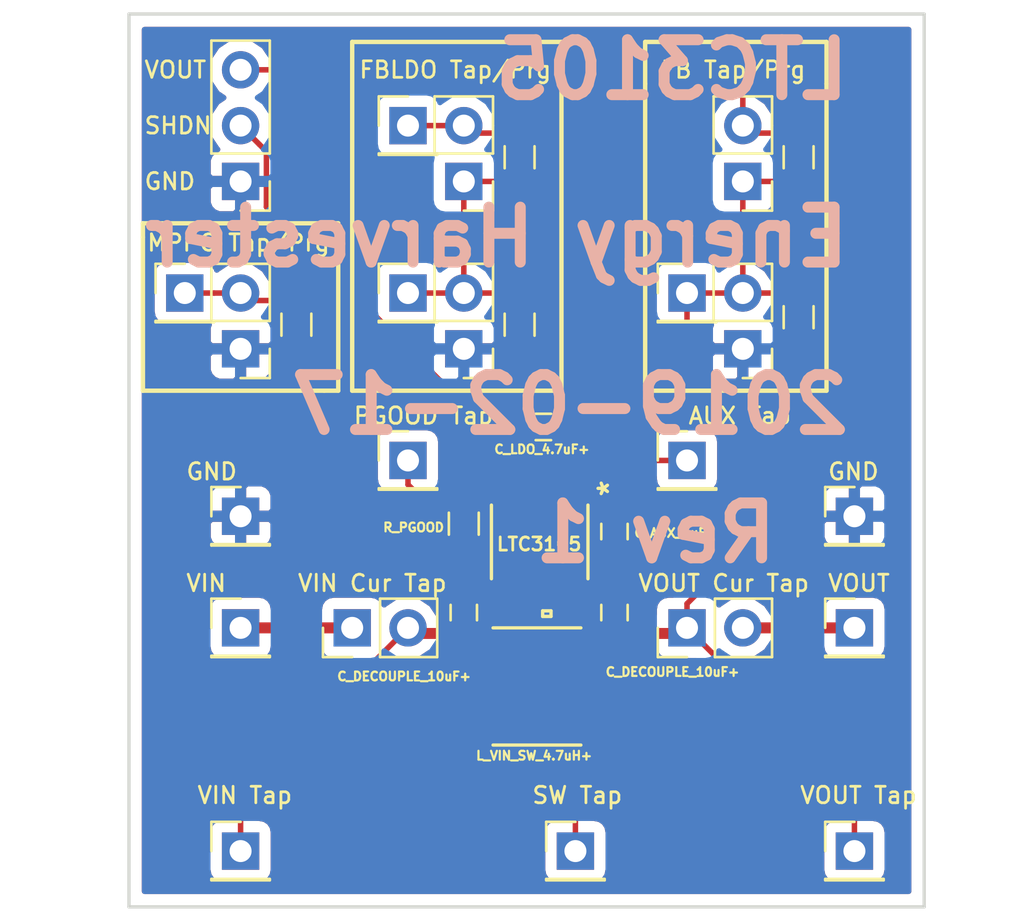
<source format=kicad_pcb>
(kicad_pcb (version 20171130) (host pcbnew "(5.0.1)-rc2")

  (general
    (thickness 1.6)
    (drawings 49)
    (tracks 100)
    (zones 0)
    (modules 33)
    (nets 14)
  )

  (page A4)
  (layers
    (0 F.Cu signal)
    (31 B.Cu signal)
    (32 B.Adhes user)
    (33 F.Adhes user)
    (34 B.Paste user)
    (35 F.Paste user)
    (36 B.SilkS user)
    (37 F.SilkS user)
    (38 B.Mask user)
    (39 F.Mask user)
    (40 Dwgs.User user)
    (41 Cmts.User user)
    (42 Eco1.User user)
    (43 Eco2.User user)
    (44 Edge.Cuts user)
    (45 Margin user)
    (46 B.CrtYd user)
    (47 F.CrtYd user)
    (48 B.Fab user)
    (49 F.Fab user)
  )

  (setup
    (last_trace_width 0.25)
    (user_trace_width 0.5)
    (trace_clearance 0.2)
    (zone_clearance 0.508)
    (zone_45_only no)
    (trace_min 0.2)
    (segment_width 0.2)
    (edge_width 0.15)
    (via_size 0.8)
    (via_drill 0.4)
    (via_min_size 0.4)
    (via_min_drill 0.3)
    (uvia_size 0.3)
    (uvia_drill 0.1)
    (uvias_allowed no)
    (uvia_min_size 0.2)
    (uvia_min_drill 0.1)
    (pcb_text_width 0.3)
    (pcb_text_size 1.5 1.5)
    (mod_edge_width 0.15)
    (mod_text_size 1 1)
    (mod_text_width 0.15)
    (pad_size 1.524 1.524)
    (pad_drill 0.762)
    (pad_to_mask_clearance 0.051)
    (solder_mask_min_width 0.25)
    (aux_axis_origin 0 0)
    (visible_elements 7FFFFFFF)
    (pcbplotparams
      (layerselection 0x010fc_ffffffff)
      (usegerberextensions false)
      (usegerberattributes false)
      (usegerberadvancedattributes false)
      (creategerberjobfile false)
      (excludeedgelayer true)
      (linewidth 0.100000)
      (plotframeref false)
      (viasonmask false)
      (mode 1)
      (useauxorigin false)
      (hpglpennumber 1)
      (hpglpenspeed 20)
      (hpglpendiameter 15.000000)
      (psnegative false)
      (psa4output false)
      (plotreference true)
      (plotvalue true)
      (plotinvisibletext false)
      (padsonsilk false)
      (subtractmaskfromsilk false)
      (outputformat 1)
      (mirror false)
      (drillshape 1)
      (scaleselection 1)
      (outputdirectory ""))
  )

  (net 0 "")
  (net 1 LDO)
  (net 2 GND)
  (net 3 VIN)
  (net 4 VOUT)
  (net 5 AUX)
  (net 6 FB_PROGRAMMING)
  (net 7 MPPC_PROGRAMMING)
  (net 8 FBLDO_PROGRAMMING)
  (net 9 SHDN)
  (net 10 VIN_EXTERNAL)
  (net 11 SW)
  (net 12 PGOOD)
  (net 13 VOUT_EXTERNAL)

  (net_class Default "This is the default net class."
    (clearance 0.2)
    (trace_width 0.25)
    (via_dia 0.8)
    (via_drill 0.4)
    (uvia_dia 0.3)
    (uvia_drill 0.1)
    (add_net AUX)
    (add_net FBLDO_PROGRAMMING)
    (add_net FB_PROGRAMMING)
    (add_net GND)
    (add_net LDO)
    (add_net MPPC_PROGRAMMING)
    (add_net PGOOD)
    (add_net SHDN)
    (add_net SW)
    (add_net VIN)
    (add_net VIN_EXTERNAL)
    (add_net VOUT)
    (add_net VOUT_EXTERNAL)
  )

  (module Socket_Strips:Socket_Strip_Straight_1x01_Pitch2.54mm (layer F.Cu) (tedit 5C69D5FB) (tstamp 5C71BF24)
    (at 58.42 48.26)
    (descr "Through hole straight socket strip, 1x01, 2.54mm pitch, single row")
    (tags "Through hole socket strip THT 1x01 2.54mm single row")
    (path /5C6D70B7)
    (fp_text reference GND_EXTERNAL1 (at 0 -2.33) (layer F.SilkS) hide
      (effects (font (size 1 1) (thickness 0.15)))
    )
    (fp_text value Conn_01x01_Female (at 0 2.33) (layer F.Fab)
      (effects (font (size 1 1) (thickness 0.15)))
    )
    (fp_text user %R (at 0 -2.33) (layer F.Fab)
      (effects (font (size 1 1) (thickness 0.15)))
    )
    (fp_line (start 1.8 -1.8) (end -1.8 -1.8) (layer F.CrtYd) (width 0.05))
    (fp_line (start 1.8 1.8) (end 1.8 -1.8) (layer F.CrtYd) (width 0.05))
    (fp_line (start -1.8 1.8) (end 1.8 1.8) (layer F.CrtYd) (width 0.05))
    (fp_line (start -1.8 -1.8) (end -1.8 1.8) (layer F.CrtYd) (width 0.05))
    (fp_line (start -1.33 -1.33) (end 0 -1.33) (layer F.SilkS) (width 0.12))
    (fp_line (start -1.33 0) (end -1.33 -1.33) (layer F.SilkS) (width 0.12))
    (fp_line (start 1.33 1.27) (end -1.33 1.27) (layer F.SilkS) (width 0.12))
    (fp_line (start 1.33 1.33) (end 1.33 1.27) (layer F.SilkS) (width 0.12))
    (fp_line (start -1.33 1.33) (end 1.33 1.33) (layer F.SilkS) (width 0.12))
    (fp_line (start -1.33 1.27) (end -1.33 1.33) (layer F.SilkS) (width 0.12))
    (fp_line (start 1.27 -1.27) (end -1.27 -1.27) (layer F.Fab) (width 0.1))
    (fp_line (start 1.27 1.27) (end 1.27 -1.27) (layer F.Fab) (width 0.1))
    (fp_line (start -1.27 1.27) (end 1.27 1.27) (layer F.Fab) (width 0.1))
    (fp_line (start -1.27 -1.27) (end -1.27 1.27) (layer F.Fab) (width 0.1))
    (pad 1 thru_hole rect (at 0 0) (size 1.7 1.7) (drill 1) (layers *.Cu *.Mask)
      (net 2 GND))
    (model ${KISYS3DMOD}/Socket_Strips.3dshapes/Socket_Strip_Straight_1x01_Pitch2.54mm.wrl
      (at (xyz 0 0 0))
      (scale (xyz 1 1 1))
      (rotate (xyz 0 0 270))
    )
  )

  (module Capacitors_SMD:C_0603_HandSoldering (layer F.Cu) (tedit 5C69D688) (tstamp 5C6F5E31)
    (at 72.202 44.196 180)
    (descr "Capacitor SMD 0603, hand soldering")
    (tags "capacitor 0603")
    (path /5C63B8FA)
    (attr smd)
    (fp_text reference C1 (at 0 -1.25 180) (layer F.SilkS) hide
      (effects (font (size 1 1) (thickness 0.15)))
    )
    (fp_text value C_Small (at 0 1.5 180) (layer F.Fab) hide
      (effects (font (size 1 1) (thickness 0.15)))
    )
    (fp_text user %R (at 0 -1.25 180) (layer F.Fab)
      (effects (font (size 1 1) (thickness 0.15)))
    )
    (fp_line (start -0.8 0.4) (end -0.8 -0.4) (layer F.Fab) (width 0.1))
    (fp_line (start 0.8 0.4) (end -0.8 0.4) (layer F.Fab) (width 0.1))
    (fp_line (start 0.8 -0.4) (end 0.8 0.4) (layer F.Fab) (width 0.1))
    (fp_line (start -0.8 -0.4) (end 0.8 -0.4) (layer F.Fab) (width 0.1))
    (fp_line (start -0.35 -0.6) (end 0.35 -0.6) (layer F.SilkS) (width 0.12))
    (fp_line (start 0.35 0.6) (end -0.35 0.6) (layer F.SilkS) (width 0.12))
    (fp_line (start -1.8 -0.65) (end 1.8 -0.65) (layer F.CrtYd) (width 0.05))
    (fp_line (start -1.8 -0.65) (end -1.8 0.65) (layer F.CrtYd) (width 0.05))
    (fp_line (start 1.8 0.65) (end 1.8 -0.65) (layer F.CrtYd) (width 0.05))
    (fp_line (start 1.8 0.65) (end -1.8 0.65) (layer F.CrtYd) (width 0.05))
    (pad 1 smd rect (at -0.95 0 180) (size 1.2 0.75) (layers F.Cu F.Paste F.Mask)
      (net 1 LDO))
    (pad 2 smd rect (at 0.95 0 180) (size 1.2 0.75) (layers F.Cu F.Paste F.Mask)
      (net 2 GND))
    (model Capacitors_SMD.3dshapes/C_0603.wrl
      (at (xyz 0 0 0))
      (scale (xyz 1 1 1))
      (rotate (xyz 0 0 0))
    )
  )

  (module Capacitors_SMD:C_0603_HandSoldering (layer F.Cu) (tedit 5C69D691) (tstamp 5C6F5E42)
    (at 68.58 52.644 90)
    (descr "Capacitor SMD 0603, hand soldering")
    (tags "capacitor 0603")
    (path /5C69AFA8)
    (attr smd)
    (fp_text reference C2 (at 0 -1.25 90) (layer F.SilkS) hide
      (effects (font (size 1 1) (thickness 0.15)))
    )
    (fp_text value C_Small (at 0 1.5 90) (layer F.Fab)
      (effects (font (size 1 1) (thickness 0.15)))
    )
    (fp_line (start 1.8 0.65) (end -1.8 0.65) (layer F.CrtYd) (width 0.05))
    (fp_line (start 1.8 0.65) (end 1.8 -0.65) (layer F.CrtYd) (width 0.05))
    (fp_line (start -1.8 -0.65) (end -1.8 0.65) (layer F.CrtYd) (width 0.05))
    (fp_line (start -1.8 -0.65) (end 1.8 -0.65) (layer F.CrtYd) (width 0.05))
    (fp_line (start 0.35 0.6) (end -0.35 0.6) (layer F.SilkS) (width 0.12))
    (fp_line (start -0.35 -0.6) (end 0.35 -0.6) (layer F.SilkS) (width 0.12))
    (fp_line (start -0.8 -0.4) (end 0.8 -0.4) (layer F.Fab) (width 0.1))
    (fp_line (start 0.8 -0.4) (end 0.8 0.4) (layer F.Fab) (width 0.1))
    (fp_line (start 0.8 0.4) (end -0.8 0.4) (layer F.Fab) (width 0.1))
    (fp_line (start -0.8 0.4) (end -0.8 -0.4) (layer F.Fab) (width 0.1))
    (fp_text user %R (at 0 -1.25 90) (layer F.Fab)
      (effects (font (size 1 1) (thickness 0.15)))
    )
    (pad 2 smd rect (at 0.95 0 90) (size 1.2 0.75) (layers F.Cu F.Paste F.Mask)
      (net 2 GND))
    (pad 1 smd rect (at -0.95 0 90) (size 1.2 0.75) (layers F.Cu F.Paste F.Mask)
      (net 3 VIN))
    (model Capacitors_SMD.3dshapes/C_0603.wrl
      (at (xyz 0 0 0))
      (scale (xyz 1 1 1))
      (rotate (xyz 0 0 0))
    )
  )

  (module Capacitors_SMD:C_0603_HandSoldering (layer F.Cu) (tedit 5C69D696) (tstamp 5C6F5E53)
    (at 75.438 52.644 90)
    (descr "Capacitor SMD 0603, hand soldering")
    (tags "capacitor 0603")
    (path /5C6A2531)
    (attr smd)
    (fp_text reference C3 (at 0 -1.25 90) (layer F.SilkS) hide
      (effects (font (size 1 1) (thickness 0.15)))
    )
    (fp_text value C_Small (at 0 1.5 90) (layer F.Fab)
      (effects (font (size 1 1) (thickness 0.15)))
    )
    (fp_text user %R (at 0 -1.25 90) (layer F.Fab)
      (effects (font (size 1 1) (thickness 0.15)))
    )
    (fp_line (start -0.8 0.4) (end -0.8 -0.4) (layer F.Fab) (width 0.1))
    (fp_line (start 0.8 0.4) (end -0.8 0.4) (layer F.Fab) (width 0.1))
    (fp_line (start 0.8 -0.4) (end 0.8 0.4) (layer F.Fab) (width 0.1))
    (fp_line (start -0.8 -0.4) (end 0.8 -0.4) (layer F.Fab) (width 0.1))
    (fp_line (start -0.35 -0.6) (end 0.35 -0.6) (layer F.SilkS) (width 0.12))
    (fp_line (start 0.35 0.6) (end -0.35 0.6) (layer F.SilkS) (width 0.12))
    (fp_line (start -1.8 -0.65) (end 1.8 -0.65) (layer F.CrtYd) (width 0.05))
    (fp_line (start -1.8 -0.65) (end -1.8 0.65) (layer F.CrtYd) (width 0.05))
    (fp_line (start 1.8 0.65) (end 1.8 -0.65) (layer F.CrtYd) (width 0.05))
    (fp_line (start 1.8 0.65) (end -1.8 0.65) (layer F.CrtYd) (width 0.05))
    (pad 1 smd rect (at -0.95 0 90) (size 1.2 0.75) (layers F.Cu F.Paste F.Mask)
      (net 4 VOUT))
    (pad 2 smd rect (at 0.95 0 90) (size 1.2 0.75) (layers F.Cu F.Paste F.Mask)
      (net 2 GND))
    (model Capacitors_SMD.3dshapes/C_0603.wrl
      (at (xyz 0 0 0))
      (scale (xyz 1 1 1))
      (rotate (xyz 0 0 0))
    )
  )

  (module Capacitors_SMD:C_0603_HandSoldering (layer F.Cu) (tedit 5C69D682) (tstamp 5C6F5E64)
    (at 75.438 48.956 90)
    (descr "Capacitor SMD 0603, hand soldering")
    (tags "capacitor 0603")
    (path /5C6A3CF1)
    (attr smd)
    (fp_text reference C4 (at 0 -1.25 90) (layer F.SilkS) hide
      (effects (font (size 1 1) (thickness 0.15)))
    )
    (fp_text value C_Small (at 0 1.5 90) (layer F.Fab)
      (effects (font (size 1 1) (thickness 0.15)))
    )
    (fp_line (start 1.8 0.65) (end -1.8 0.65) (layer F.CrtYd) (width 0.05))
    (fp_line (start 1.8 0.65) (end 1.8 -0.65) (layer F.CrtYd) (width 0.05))
    (fp_line (start -1.8 -0.65) (end -1.8 0.65) (layer F.CrtYd) (width 0.05))
    (fp_line (start -1.8 -0.65) (end 1.8 -0.65) (layer F.CrtYd) (width 0.05))
    (fp_line (start 0.35 0.6) (end -0.35 0.6) (layer F.SilkS) (width 0.12))
    (fp_line (start -0.35 -0.6) (end 0.35 -0.6) (layer F.SilkS) (width 0.12))
    (fp_line (start -0.8 -0.4) (end 0.8 -0.4) (layer F.Fab) (width 0.1))
    (fp_line (start 0.8 -0.4) (end 0.8 0.4) (layer F.Fab) (width 0.1))
    (fp_line (start 0.8 0.4) (end -0.8 0.4) (layer F.Fab) (width 0.1))
    (fp_line (start -0.8 0.4) (end -0.8 -0.4) (layer F.Fab) (width 0.1))
    (fp_text user %R (at 0 -1.25 90) (layer F.Fab)
      (effects (font (size 1 1) (thickness 0.15)))
    )
    (pad 2 smd rect (at 0.95 0 90) (size 1.2 0.75) (layers F.Cu F.Paste F.Mask)
      (net 2 GND))
    (pad 1 smd rect (at -0.95 0 90) (size 1.2 0.75) (layers F.Cu F.Paste F.Mask)
      (net 5 AUX))
    (model Capacitors_SMD.3dshapes/C_0603.wrl
      (at (xyz 0 0 0))
      (scale (xyz 1 1 1))
      (rotate (xyz 0 0 0))
    )
  )

  (module Pin_Headers:Pin_Header_Straight_1x02_Pitch2.54mm (layer F.Cu) (tedit 5C69D652) (tstamp 5C71DD7A)
    (at 81.28 33.02 180)
    (descr "Through hole straight pin header, 1x02, 2.54mm pitch, single row")
    (tags "Through hole pin header THT 1x02 2.54mm single row")
    (path /5C63997F)
    (fp_text reference J1 (at 0 -2.33 180) (layer F.SilkS) hide
      (effects (font (size 1 1) (thickness 0.15)))
    )
    (fp_text value Conn_01x02_Male (at 0 4.87 180) (layer F.Fab)
      (effects (font (size 1 1) (thickness 0.15)))
    )
    (fp_text user %R (at 0 1.27 270) (layer F.Fab)
      (effects (font (size 1 1) (thickness 0.15)))
    )
    (fp_line (start 1.8 -1.8) (end -1.8 -1.8) (layer F.CrtYd) (width 0.05))
    (fp_line (start 1.8 4.35) (end 1.8 -1.8) (layer F.CrtYd) (width 0.05))
    (fp_line (start -1.8 4.35) (end 1.8 4.35) (layer F.CrtYd) (width 0.05))
    (fp_line (start -1.8 -1.8) (end -1.8 4.35) (layer F.CrtYd) (width 0.05))
    (fp_line (start -1.33 -1.33) (end 0 -1.33) (layer F.SilkS) (width 0.12))
    (fp_line (start -1.33 0) (end -1.33 -1.33) (layer F.SilkS) (width 0.12))
    (fp_line (start -1.33 1.27) (end 1.33 1.27) (layer F.SilkS) (width 0.12))
    (fp_line (start 1.33 1.27) (end 1.33 3.87) (layer F.SilkS) (width 0.12))
    (fp_line (start -1.33 1.27) (end -1.33 3.87) (layer F.SilkS) (width 0.12))
    (fp_line (start -1.33 3.87) (end 1.33 3.87) (layer F.SilkS) (width 0.12))
    (fp_line (start -1.27 -0.635) (end -0.635 -1.27) (layer F.Fab) (width 0.1))
    (fp_line (start -1.27 3.81) (end -1.27 -0.635) (layer F.Fab) (width 0.1))
    (fp_line (start 1.27 3.81) (end -1.27 3.81) (layer F.Fab) (width 0.1))
    (fp_line (start 1.27 -1.27) (end 1.27 3.81) (layer F.Fab) (width 0.1))
    (fp_line (start -0.635 -1.27) (end 1.27 -1.27) (layer F.Fab) (width 0.1))
    (pad 2 thru_hole oval (at 0 2.54 180) (size 1.7 1.7) (drill 1) (layers *.Cu *.Mask)
      (net 4 VOUT))
    (pad 1 thru_hole rect (at 0 0 180) (size 1.7 1.7) (drill 1) (layers *.Cu *.Mask)
      (net 6 FB_PROGRAMMING))
    (model ${KISYS3DMOD}/Pin_Headers.3dshapes/Pin_Header_Straight_1x02_Pitch2.54mm.wrl
      (at (xyz 0 0 0))
      (scale (xyz 1 1 1))
      (rotate (xyz 0 0 0))
    )
  )

  (module Pin_Headers:Pin_Header_Straight_1x02_Pitch2.54mm (layer F.Cu) (tedit 5C69D655) (tstamp 5C71DD3B)
    (at 81.28 40.64 180)
    (descr "Through hole straight pin header, 1x02, 2.54mm pitch, single row")
    (tags "Through hole pin header THT 1x02 2.54mm single row")
    (path /5C6399BF)
    (fp_text reference J2 (at 0 -2.33 180) (layer F.SilkS) hide
      (effects (font (size 1 1) (thickness 0.15)))
    )
    (fp_text value Conn_01x02_Male (at 0 4.87 180) (layer F.Fab)
      (effects (font (size 1 1) (thickness 0.15)))
    )
    (fp_line (start -0.635 -1.27) (end 1.27 -1.27) (layer F.Fab) (width 0.1))
    (fp_line (start 1.27 -1.27) (end 1.27 3.81) (layer F.Fab) (width 0.1))
    (fp_line (start 1.27 3.81) (end -1.27 3.81) (layer F.Fab) (width 0.1))
    (fp_line (start -1.27 3.81) (end -1.27 -0.635) (layer F.Fab) (width 0.1))
    (fp_line (start -1.27 -0.635) (end -0.635 -1.27) (layer F.Fab) (width 0.1))
    (fp_line (start -1.33 3.87) (end 1.33 3.87) (layer F.SilkS) (width 0.12))
    (fp_line (start -1.33 1.27) (end -1.33 3.87) (layer F.SilkS) (width 0.12))
    (fp_line (start 1.33 1.27) (end 1.33 3.87) (layer F.SilkS) (width 0.12))
    (fp_line (start -1.33 1.27) (end 1.33 1.27) (layer F.SilkS) (width 0.12))
    (fp_line (start -1.33 0) (end -1.33 -1.33) (layer F.SilkS) (width 0.12))
    (fp_line (start -1.33 -1.33) (end 0 -1.33) (layer F.SilkS) (width 0.12))
    (fp_line (start -1.8 -1.8) (end -1.8 4.35) (layer F.CrtYd) (width 0.05))
    (fp_line (start -1.8 4.35) (end 1.8 4.35) (layer F.CrtYd) (width 0.05))
    (fp_line (start 1.8 4.35) (end 1.8 -1.8) (layer F.CrtYd) (width 0.05))
    (fp_line (start 1.8 -1.8) (end -1.8 -1.8) (layer F.CrtYd) (width 0.05))
    (fp_text user %R (at 0 1.27 270) (layer F.Fab)
      (effects (font (size 1 1) (thickness 0.15)))
    )
    (pad 1 thru_hole rect (at 0 0 180) (size 1.7 1.7) (drill 1) (layers *.Cu *.Mask)
      (net 2 GND))
    (pad 2 thru_hole oval (at 0 2.54 180) (size 1.7 1.7) (drill 1) (layers *.Cu *.Mask)
      (net 6 FB_PROGRAMMING))
    (model ${KISYS3DMOD}/Pin_Headers.3dshapes/Pin_Header_Straight_1x02_Pitch2.54mm.wrl
      (at (xyz 0 0 0))
      (scale (xyz 1 1 1))
      (rotate (xyz 0 0 0))
    )
  )

  (module Pin_Headers:Pin_Header_Straight_1x02_Pitch2.54mm (layer F.Cu) (tedit 5C69D604) (tstamp 5C720B5D)
    (at 58.42 40.64 180)
    (descr "Through hole straight pin header, 1x02, 2.54mm pitch, single row")
    (tags "Through hole pin header THT 1x02 2.54mm single row")
    (path /5C63ECCE)
    (fp_text reference J3 (at 0 -2.33 180) (layer F.SilkS) hide
      (effects (font (size 1 1) (thickness 0.15)))
    )
    (fp_text value Conn_01x02_Male (at 0 4.87 180) (layer F.Fab)
      (effects (font (size 1 1) (thickness 0.15)))
    )
    (fp_text user %R (at 0 1.27 270) (layer F.Fab)
      (effects (font (size 1 1) (thickness 0.15)))
    )
    (fp_line (start 1.8 -1.8) (end -1.8 -1.8) (layer F.CrtYd) (width 0.05))
    (fp_line (start 1.8 4.35) (end 1.8 -1.8) (layer F.CrtYd) (width 0.05))
    (fp_line (start -1.8 4.35) (end 1.8 4.35) (layer F.CrtYd) (width 0.05))
    (fp_line (start -1.8 -1.8) (end -1.8 4.35) (layer F.CrtYd) (width 0.05))
    (fp_line (start -1.33 -1.33) (end 0 -1.33) (layer F.SilkS) (width 0.12))
    (fp_line (start -1.33 0) (end -1.33 -1.33) (layer F.SilkS) (width 0.12))
    (fp_line (start -1.33 1.27) (end 1.33 1.27) (layer F.SilkS) (width 0.12))
    (fp_line (start 1.33 1.27) (end 1.33 3.87) (layer F.SilkS) (width 0.12))
    (fp_line (start -1.33 1.27) (end -1.33 3.87) (layer F.SilkS) (width 0.12))
    (fp_line (start -1.33 3.87) (end 1.33 3.87) (layer F.SilkS) (width 0.12))
    (fp_line (start -1.27 -0.635) (end -0.635 -1.27) (layer F.Fab) (width 0.1))
    (fp_line (start -1.27 3.81) (end -1.27 -0.635) (layer F.Fab) (width 0.1))
    (fp_line (start 1.27 3.81) (end -1.27 3.81) (layer F.Fab) (width 0.1))
    (fp_line (start 1.27 -1.27) (end 1.27 3.81) (layer F.Fab) (width 0.1))
    (fp_line (start -0.635 -1.27) (end 1.27 -1.27) (layer F.Fab) (width 0.1))
    (pad 2 thru_hole oval (at 0 2.54 180) (size 1.7 1.7) (drill 1) (layers *.Cu *.Mask)
      (net 7 MPPC_PROGRAMMING))
    (pad 1 thru_hole rect (at 0 0 180) (size 1.7 1.7) (drill 1) (layers *.Cu *.Mask)
      (net 2 GND))
    (model ${KISYS3DMOD}/Pin_Headers.3dshapes/Pin_Header_Straight_1x02_Pitch2.54mm.wrl
      (at (xyz 0 0 0))
      (scale (xyz 1 1 1))
      (rotate (xyz 0 0 0))
    )
  )

  (module Pin_Headers:Pin_Header_Straight_1x02_Pitch2.54mm (layer F.Cu) (tedit 5C69D623) (tstamp 5C721149)
    (at 68.58 33.02 180)
    (descr "Through hole straight pin header, 1x02, 2.54mm pitch, single row")
    (tags "Through hole pin header THT 1x02 2.54mm single row")
    (path /5C63A5DD)
    (fp_text reference J4 (at 0 -2.33 180) (layer F.SilkS) hide
      (effects (font (size 1 1) (thickness 0.15)))
    )
    (fp_text value Conn_01x02_Male (at 0 4.87 180) (layer F.Fab)
      (effects (font (size 1 1) (thickness 0.15)))
    )
    (fp_text user %R (at 0 1.27 270) (layer F.Fab)
      (effects (font (size 1 1) (thickness 0.15)))
    )
    (fp_line (start 1.8 -1.8) (end -1.8 -1.8) (layer F.CrtYd) (width 0.05))
    (fp_line (start 1.8 4.35) (end 1.8 -1.8) (layer F.CrtYd) (width 0.05))
    (fp_line (start -1.8 4.35) (end 1.8 4.35) (layer F.CrtYd) (width 0.05))
    (fp_line (start -1.8 -1.8) (end -1.8 4.35) (layer F.CrtYd) (width 0.05))
    (fp_line (start -1.33 -1.33) (end 0 -1.33) (layer F.SilkS) (width 0.12))
    (fp_line (start -1.33 0) (end -1.33 -1.33) (layer F.SilkS) (width 0.12))
    (fp_line (start -1.33 1.27) (end 1.33 1.27) (layer F.SilkS) (width 0.12))
    (fp_line (start 1.33 1.27) (end 1.33 3.87) (layer F.SilkS) (width 0.12))
    (fp_line (start -1.33 1.27) (end -1.33 3.87) (layer F.SilkS) (width 0.12))
    (fp_line (start -1.33 3.87) (end 1.33 3.87) (layer F.SilkS) (width 0.12))
    (fp_line (start -1.27 -0.635) (end -0.635 -1.27) (layer F.Fab) (width 0.1))
    (fp_line (start -1.27 3.81) (end -1.27 -0.635) (layer F.Fab) (width 0.1))
    (fp_line (start 1.27 3.81) (end -1.27 3.81) (layer F.Fab) (width 0.1))
    (fp_line (start 1.27 -1.27) (end 1.27 3.81) (layer F.Fab) (width 0.1))
    (fp_line (start -0.635 -1.27) (end 1.27 -1.27) (layer F.Fab) (width 0.1))
    (pad 2 thru_hole oval (at 0 2.54 180) (size 1.7 1.7) (drill 1) (layers *.Cu *.Mask)
      (net 1 LDO))
    (pad 1 thru_hole rect (at 0 0 180) (size 1.7 1.7) (drill 1) (layers *.Cu *.Mask)
      (net 8 FBLDO_PROGRAMMING))
    (model ${KISYS3DMOD}/Pin_Headers.3dshapes/Pin_Header_Straight_1x02_Pitch2.54mm.wrl
      (at (xyz 0 0 0))
      (scale (xyz 1 1 1))
      (rotate (xyz 0 0 0))
    )
  )

  (module Pin_Headers:Pin_Header_Straight_1x02_Pitch2.54mm (layer F.Cu) (tedit 5C69D661) (tstamp 5C71D203)
    (at 68.58 40.64 180)
    (descr "Through hole straight pin header, 1x02, 2.54mm pitch, single row")
    (tags "Through hole pin header THT 1x02 2.54mm single row")
    (path /5C63A5E3)
    (fp_text reference J5 (at 0 -2.33 180) (layer F.SilkS) hide
      (effects (font (size 1 1) (thickness 0.15)))
    )
    (fp_text value Conn_01x02_Male (at 0 4.87 180) (layer F.Fab)
      (effects (font (size 1 1) (thickness 0.15)))
    )
    (fp_line (start -0.635 -1.27) (end 1.27 -1.27) (layer F.Fab) (width 0.1))
    (fp_line (start 1.27 -1.27) (end 1.27 3.81) (layer F.Fab) (width 0.1))
    (fp_line (start 1.27 3.81) (end -1.27 3.81) (layer F.Fab) (width 0.1))
    (fp_line (start -1.27 3.81) (end -1.27 -0.635) (layer F.Fab) (width 0.1))
    (fp_line (start -1.27 -0.635) (end -0.635 -1.27) (layer F.Fab) (width 0.1))
    (fp_line (start -1.33 3.87) (end 1.33 3.87) (layer F.SilkS) (width 0.12))
    (fp_line (start -1.33 1.27) (end -1.33 3.87) (layer F.SilkS) (width 0.12))
    (fp_line (start 1.33 1.27) (end 1.33 3.87) (layer F.SilkS) (width 0.12))
    (fp_line (start -1.33 1.27) (end 1.33 1.27) (layer F.SilkS) (width 0.12))
    (fp_line (start -1.33 0) (end -1.33 -1.33) (layer F.SilkS) (width 0.12))
    (fp_line (start -1.33 -1.33) (end 0 -1.33) (layer F.SilkS) (width 0.12))
    (fp_line (start -1.8 -1.8) (end -1.8 4.35) (layer F.CrtYd) (width 0.05))
    (fp_line (start -1.8 4.35) (end 1.8 4.35) (layer F.CrtYd) (width 0.05))
    (fp_line (start 1.8 4.35) (end 1.8 -1.8) (layer F.CrtYd) (width 0.05))
    (fp_line (start 1.8 -1.8) (end -1.8 -1.8) (layer F.CrtYd) (width 0.05))
    (fp_text user %R (at 0 1.27 270) (layer F.Fab)
      (effects (font (size 1 1) (thickness 0.15)))
    )
    (pad 1 thru_hole rect (at 0 0 180) (size 1.7 1.7) (drill 1) (layers *.Cu *.Mask)
      (net 2 GND))
    (pad 2 thru_hole oval (at 0 2.54 180) (size 1.7 1.7) (drill 1) (layers *.Cu *.Mask)
      (net 8 FBLDO_PROGRAMMING))
    (model ${KISYS3DMOD}/Pin_Headers.3dshapes/Pin_Header_Straight_1x02_Pitch2.54mm.wrl
      (at (xyz 0 0 0))
      (scale (xyz 1 1 1))
      (rotate (xyz 0 0 0))
    )
  )

  (module Socket_Strips:Socket_Strip_Straight_1x01_Pitch2.54mm (layer F.Cu) (tedit 5C69D64B) (tstamp 5C6F5EE6)
    (at 78.74 38.1)
    (descr "Through hole straight socket strip, 1x01, 2.54mm pitch, single row")
    (tags "Through hole socket strip THT 1x01 2.54mm single row")
    (path /5C6AED91)
    (fp_text reference FB_PROGRAMMING1 (at 0 -2.33) (layer F.SilkS) hide
      (effects (font (size 1 1) (thickness 0.15)))
    )
    (fp_text value Conn_01x01_Female (at 0 2.33) (layer F.Fab)
      (effects (font (size 1 1) (thickness 0.15)))
    )
    (fp_text user %R (at 0 -2.33) (layer F.Fab)
      (effects (font (size 1 1) (thickness 0.15)))
    )
    (fp_line (start 1.8 -1.8) (end -1.8 -1.8) (layer F.CrtYd) (width 0.05))
    (fp_line (start 1.8 1.8) (end 1.8 -1.8) (layer F.CrtYd) (width 0.05))
    (fp_line (start -1.8 1.8) (end 1.8 1.8) (layer F.CrtYd) (width 0.05))
    (fp_line (start -1.8 -1.8) (end -1.8 1.8) (layer F.CrtYd) (width 0.05))
    (fp_line (start -1.33 -1.33) (end 0 -1.33) (layer F.SilkS) (width 0.12))
    (fp_line (start -1.33 0) (end -1.33 -1.33) (layer F.SilkS) (width 0.12))
    (fp_line (start 1.33 1.27) (end -1.33 1.27) (layer F.SilkS) (width 0.12))
    (fp_line (start 1.33 1.33) (end 1.33 1.27) (layer F.SilkS) (width 0.12))
    (fp_line (start -1.33 1.33) (end 1.33 1.33) (layer F.SilkS) (width 0.12))
    (fp_line (start -1.33 1.27) (end -1.33 1.33) (layer F.SilkS) (width 0.12))
    (fp_line (start 1.27 -1.27) (end -1.27 -1.27) (layer F.Fab) (width 0.1))
    (fp_line (start 1.27 1.27) (end 1.27 -1.27) (layer F.Fab) (width 0.1))
    (fp_line (start -1.27 1.27) (end 1.27 1.27) (layer F.Fab) (width 0.1))
    (fp_line (start -1.27 -1.27) (end -1.27 1.27) (layer F.Fab) (width 0.1))
    (pad 1 thru_hole rect (at 0 0) (size 1.7 1.7) (drill 1) (layers *.Cu *.Mask)
      (net 6 FB_PROGRAMMING))
    (model ${KISYS3DMOD}/Socket_Strips.3dshapes/Socket_Strip_Straight_1x01_Pitch2.54mm.wrl
      (at (xyz 0 0 0))
      (scale (xyz 1 1 1))
      (rotate (xyz 0 0 270))
    )
  )

  (module Socket_Strips:Socket_Strip_Straight_1x01_Pitch2.54mm (layer F.Cu) (tedit 5C69D63C) (tstamp 5C6F5EFA)
    (at 66.04 30.48)
    (descr "Through hole straight socket strip, 1x01, 2.54mm pitch, single row")
    (tags "Through hole socket strip THT 1x01 2.54mm single row")
    (path /5C6A8ADE)
    (fp_text reference LDO1 (at 0 -2.33) (layer F.SilkS) hide
      (effects (font (size 1 1) (thickness 0.15)))
    )
    (fp_text value Conn_01x01_Female (at 0 2.33) (layer F.Fab)
      (effects (font (size 1 1) (thickness 0.15)))
    )
    (fp_text user %R (at 0 -2.33) (layer F.Fab)
      (effects (font (size 1 1) (thickness 0.15)))
    )
    (fp_line (start 1.8 -1.8) (end -1.8 -1.8) (layer F.CrtYd) (width 0.05))
    (fp_line (start 1.8 1.8) (end 1.8 -1.8) (layer F.CrtYd) (width 0.05))
    (fp_line (start -1.8 1.8) (end 1.8 1.8) (layer F.CrtYd) (width 0.05))
    (fp_line (start -1.8 -1.8) (end -1.8 1.8) (layer F.CrtYd) (width 0.05))
    (fp_line (start -1.33 -1.33) (end 0 -1.33) (layer F.SilkS) (width 0.12))
    (fp_line (start -1.33 0) (end -1.33 -1.33) (layer F.SilkS) (width 0.12))
    (fp_line (start 1.33 1.27) (end -1.33 1.27) (layer F.SilkS) (width 0.12))
    (fp_line (start 1.33 1.33) (end 1.33 1.27) (layer F.SilkS) (width 0.12))
    (fp_line (start -1.33 1.33) (end 1.33 1.33) (layer F.SilkS) (width 0.12))
    (fp_line (start -1.33 1.27) (end -1.33 1.33) (layer F.SilkS) (width 0.12))
    (fp_line (start 1.27 -1.27) (end -1.27 -1.27) (layer F.Fab) (width 0.1))
    (fp_line (start 1.27 1.27) (end 1.27 -1.27) (layer F.Fab) (width 0.1))
    (fp_line (start -1.27 1.27) (end 1.27 1.27) (layer F.Fab) (width 0.1))
    (fp_line (start -1.27 -1.27) (end -1.27 1.27) (layer F.Fab) (width 0.1))
    (pad 1 thru_hole rect (at 0 0) (size 1.7 1.7) (drill 1) (layers *.Cu *.Mask)
      (net 1 LDO))
    (model ${KISYS3DMOD}/Socket_Strips.3dshapes/Socket_Strip_Straight_1x01_Pitch2.54mm.wrl
      (at (xyz 0 0 0))
      (scale (xyz 1 1 1))
      (rotate (xyz 0 0 270))
    )
  )

  (module Socket_Strips:Socket_Strip_Straight_1x01_Pitch2.54mm (layer F.Cu) (tedit 5C69D61C) (tstamp 5C6F5F0E)
    (at 66.04 38.1)
    (descr "Through hole straight socket strip, 1x01, 2.54mm pitch, single row")
    (tags "Through hole socket strip THT 1x01 2.54mm single row")
    (path /5C6B1FAD)
    (fp_text reference FBLDO_PROGRAMMING1 (at 0 -2.33) (layer F.SilkS) hide
      (effects (font (size 1 1) (thickness 0.15)))
    )
    (fp_text value Conn_01x01_Female (at 0 2.33) (layer F.Fab)
      (effects (font (size 1 1) (thickness 0.15)))
    )
    (fp_line (start -1.27 -1.27) (end -1.27 1.27) (layer F.Fab) (width 0.1))
    (fp_line (start -1.27 1.27) (end 1.27 1.27) (layer F.Fab) (width 0.1))
    (fp_line (start 1.27 1.27) (end 1.27 -1.27) (layer F.Fab) (width 0.1))
    (fp_line (start 1.27 -1.27) (end -1.27 -1.27) (layer F.Fab) (width 0.1))
    (fp_line (start -1.33 1.27) (end -1.33 1.33) (layer F.SilkS) (width 0.12))
    (fp_line (start -1.33 1.33) (end 1.33 1.33) (layer F.SilkS) (width 0.12))
    (fp_line (start 1.33 1.33) (end 1.33 1.27) (layer F.SilkS) (width 0.12))
    (fp_line (start 1.33 1.27) (end -1.33 1.27) (layer F.SilkS) (width 0.12))
    (fp_line (start -1.33 0) (end -1.33 -1.33) (layer F.SilkS) (width 0.12))
    (fp_line (start -1.33 -1.33) (end 0 -1.33) (layer F.SilkS) (width 0.12))
    (fp_line (start -1.8 -1.8) (end -1.8 1.8) (layer F.CrtYd) (width 0.05))
    (fp_line (start -1.8 1.8) (end 1.8 1.8) (layer F.CrtYd) (width 0.05))
    (fp_line (start 1.8 1.8) (end 1.8 -1.8) (layer F.CrtYd) (width 0.05))
    (fp_line (start 1.8 -1.8) (end -1.8 -1.8) (layer F.CrtYd) (width 0.05))
    (fp_text user %R (at 0 -2.33) (layer F.Fab)
      (effects (font (size 1 1) (thickness 0.15)))
    )
    (pad 1 thru_hole rect (at 0 0) (size 1.7 1.7) (drill 1) (layers *.Cu *.Mask)
      (net 8 FBLDO_PROGRAMMING))
    (model ${KISYS3DMOD}/Socket_Strips.3dshapes/Socket_Strip_Straight_1x01_Pitch2.54mm.wrl
      (at (xyz 0 0 0))
      (scale (xyz 1 1 1))
      (rotate (xyz 0 0 270))
    )
  )

  (module Pin_Headers:Pin_Header_Straight_1x03_Pitch2.54mm (layer F.Cu) (tedit 5C69D614) (tstamp 5C71C357)
    (at 58.42 33.02 180)
    (descr "Through hole straight pin header, 1x03, 2.54mm pitch, single row")
    (tags "Through hole pin header THT 1x03 2.54mm single row")
    (path /5C63C53D)
    (fp_text reference SHDN1 (at 0 -2.33 180) (layer F.SilkS) hide
      (effects (font (size 1 1) (thickness 0.15)))
    )
    (fp_text value Conn_01x03_Male (at 0 7.41 180) (layer F.Fab)
      (effects (font (size 1 1) (thickness 0.15)))
    )
    (fp_text user %R (at 0 2.54 270) (layer F.Fab)
      (effects (font (size 1 1) (thickness 0.15)))
    )
    (fp_line (start 1.8 -1.8) (end -1.8 -1.8) (layer F.CrtYd) (width 0.05))
    (fp_line (start 1.8 6.85) (end 1.8 -1.8) (layer F.CrtYd) (width 0.05))
    (fp_line (start -1.8 6.85) (end 1.8 6.85) (layer F.CrtYd) (width 0.05))
    (fp_line (start -1.8 -1.8) (end -1.8 6.85) (layer F.CrtYd) (width 0.05))
    (fp_line (start -1.33 -1.33) (end 0 -1.33) (layer F.SilkS) (width 0.12))
    (fp_line (start -1.33 0) (end -1.33 -1.33) (layer F.SilkS) (width 0.12))
    (fp_line (start -1.33 1.27) (end 1.33 1.27) (layer F.SilkS) (width 0.12))
    (fp_line (start 1.33 1.27) (end 1.33 6.41) (layer F.SilkS) (width 0.12))
    (fp_line (start -1.33 1.27) (end -1.33 6.41) (layer F.SilkS) (width 0.12))
    (fp_line (start -1.33 6.41) (end 1.33 6.41) (layer F.SilkS) (width 0.12))
    (fp_line (start -1.27 -0.635) (end -0.635 -1.27) (layer F.Fab) (width 0.1))
    (fp_line (start -1.27 6.35) (end -1.27 -0.635) (layer F.Fab) (width 0.1))
    (fp_line (start 1.27 6.35) (end -1.27 6.35) (layer F.Fab) (width 0.1))
    (fp_line (start 1.27 -1.27) (end 1.27 6.35) (layer F.Fab) (width 0.1))
    (fp_line (start -0.635 -1.27) (end 1.27 -1.27) (layer F.Fab) (width 0.1))
    (pad 3 thru_hole oval (at 0 5.08 180) (size 1.7 1.7) (drill 1) (layers *.Cu *.Mask)
      (net 4 VOUT))
    (pad 2 thru_hole oval (at 0 2.54 180) (size 1.7 1.7) (drill 1) (layers *.Cu *.Mask)
      (net 9 SHDN))
    (pad 1 thru_hole rect (at 0 0 180) (size 1.7 1.7) (drill 1) (layers *.Cu *.Mask)
      (net 2 GND))
    (model ${KISYS3DMOD}/Pin_Headers.3dshapes/Pin_Header_Straight_1x03_Pitch2.54mm.wrl
      (at (xyz 0 0 0))
      (scale (xyz 1 1 1))
      (rotate (xyz 0 0 0))
    )
  )

  (module Socket_Strips:Socket_Strip_Straight_1x01_Pitch2.54mm (layer F.Cu) (tedit 5C69D60D) (tstamp 5C6F5F39)
    (at 55.88 38.1)
    (descr "Through hole straight socket strip, 1x01, 2.54mm pitch, single row")
    (tags "Through hole socket strip THT 1x01 2.54mm single row")
    (path /5C6AA41A)
    (fp_text reference MPPC_PROGRAMMING1 (at 0 -2.33) (layer F.SilkS) hide
      (effects (font (size 1 1) (thickness 0.15)))
    )
    (fp_text value Conn_01x01_Female (at 0 2.33) (layer F.Fab)
      (effects (font (size 1 1) (thickness 0.15)))
    )
    (fp_line (start -1.27 -1.27) (end -1.27 1.27) (layer F.Fab) (width 0.1))
    (fp_line (start -1.27 1.27) (end 1.27 1.27) (layer F.Fab) (width 0.1))
    (fp_line (start 1.27 1.27) (end 1.27 -1.27) (layer F.Fab) (width 0.1))
    (fp_line (start 1.27 -1.27) (end -1.27 -1.27) (layer F.Fab) (width 0.1))
    (fp_line (start -1.33 1.27) (end -1.33 1.33) (layer F.SilkS) (width 0.12))
    (fp_line (start -1.33 1.33) (end 1.33 1.33) (layer F.SilkS) (width 0.12))
    (fp_line (start 1.33 1.33) (end 1.33 1.27) (layer F.SilkS) (width 0.12))
    (fp_line (start 1.33 1.27) (end -1.33 1.27) (layer F.SilkS) (width 0.12))
    (fp_line (start -1.33 0) (end -1.33 -1.33) (layer F.SilkS) (width 0.12))
    (fp_line (start -1.33 -1.33) (end 0 -1.33) (layer F.SilkS) (width 0.12))
    (fp_line (start -1.8 -1.8) (end -1.8 1.8) (layer F.CrtYd) (width 0.05))
    (fp_line (start -1.8 1.8) (end 1.8 1.8) (layer F.CrtYd) (width 0.05))
    (fp_line (start 1.8 1.8) (end 1.8 -1.8) (layer F.CrtYd) (width 0.05))
    (fp_line (start 1.8 -1.8) (end -1.8 -1.8) (layer F.CrtYd) (width 0.05))
    (fp_text user %R (at 0 -2.33) (layer F.Fab)
      (effects (font (size 1 1) (thickness 0.15)))
    )
    (pad 1 thru_hole rect (at 0 0) (size 1.7 1.7) (drill 1) (layers *.Cu *.Mask)
      (net 7 MPPC_PROGRAMMING))
    (model ${KISYS3DMOD}/Socket_Strips.3dshapes/Socket_Strip_Straight_1x01_Pitch2.54mm.wrl
      (at (xyz 0 0 0))
      (scale (xyz 1 1 1))
      (rotate (xyz 0 0 270))
    )
  )

  (module Pin_Headers:Pin_Header_Straight_1x02_Pitch2.54mm (layer F.Cu) (tedit 5C69D5EA) (tstamp 5C71FB69)
    (at 63.5 53.34 90)
    (descr "Through hole straight pin header, 1x02, 2.54mm pitch, single row")
    (tags "Through hole pin header THT 1x02 2.54mm single row")
    (path /5C6F5288)
    (fp_text reference VIN_EXTERNAL1 (at 0 -2.33 90) (layer F.SilkS) hide
      (effects (font (size 1 1) (thickness 0.15)))
    )
    (fp_text value Conn_01x02_Male (at 0 4.87 90) (layer F.Fab)
      (effects (font (size 1 1) (thickness 0.15)))
    )
    (fp_line (start -0.635 -1.27) (end 1.27 -1.27) (layer F.Fab) (width 0.1))
    (fp_line (start 1.27 -1.27) (end 1.27 3.81) (layer F.Fab) (width 0.1))
    (fp_line (start 1.27 3.81) (end -1.27 3.81) (layer F.Fab) (width 0.1))
    (fp_line (start -1.27 3.81) (end -1.27 -0.635) (layer F.Fab) (width 0.1))
    (fp_line (start -1.27 -0.635) (end -0.635 -1.27) (layer F.Fab) (width 0.1))
    (fp_line (start -1.33 3.87) (end 1.33 3.87) (layer F.SilkS) (width 0.12))
    (fp_line (start -1.33 1.27) (end -1.33 3.87) (layer F.SilkS) (width 0.12))
    (fp_line (start 1.33 1.27) (end 1.33 3.87) (layer F.SilkS) (width 0.12))
    (fp_line (start -1.33 1.27) (end 1.33 1.27) (layer F.SilkS) (width 0.12))
    (fp_line (start -1.33 0) (end -1.33 -1.33) (layer F.SilkS) (width 0.12))
    (fp_line (start -1.33 -1.33) (end 0 -1.33) (layer F.SilkS) (width 0.12))
    (fp_line (start -1.8 -1.8) (end -1.8 4.35) (layer F.CrtYd) (width 0.05))
    (fp_line (start -1.8 4.35) (end 1.8 4.35) (layer F.CrtYd) (width 0.05))
    (fp_line (start 1.8 4.35) (end 1.8 -1.8) (layer F.CrtYd) (width 0.05))
    (fp_line (start 1.8 -1.8) (end -1.8 -1.8) (layer F.CrtYd) (width 0.05))
    (fp_text user %R (at 0 1.27 180) (layer F.Fab)
      (effects (font (size 1 1) (thickness 0.15)))
    )
    (pad 1 thru_hole rect (at 0 0 90) (size 1.7 1.7) (drill 1) (layers *.Cu *.Mask)
      (net 10 VIN_EXTERNAL))
    (pad 2 thru_hole oval (at 0 2.54 90) (size 1.7 1.7) (drill 1) (layers *.Cu *.Mask)
      (net 3 VIN))
    (model ${KISYS3DMOD}/Pin_Headers.3dshapes/Pin_Header_Straight_1x02_Pitch2.54mm.wrl
      (at (xyz 0 0 0))
      (scale (xyz 1 1 1))
      (rotate (xyz 0 0 0))
    )
  )

  (module Socket_Strips:Socket_Strip_Straight_1x01_Pitch2.54mm (layer F.Cu) (tedit 5C69D5E0) (tstamp 5C6F5F63)
    (at 58.42 63.5)
    (descr "Through hole straight socket strip, 1x01, 2.54mm pitch, single row")
    (tags "Through hole socket strip THT 1x01 2.54mm single row")
    (path /5C6B6F14)
    (fp_text reference VIN1 (at 0 -2.33) (layer F.SilkS) hide
      (effects (font (size 1 1) (thickness 0.15)))
    )
    (fp_text value Conn_01x01_Female (at 0 2.33) (layer F.Fab)
      (effects (font (size 1 1) (thickness 0.15)))
    )
    (fp_line (start -1.27 -1.27) (end -1.27 1.27) (layer F.Fab) (width 0.1))
    (fp_line (start -1.27 1.27) (end 1.27 1.27) (layer F.Fab) (width 0.1))
    (fp_line (start 1.27 1.27) (end 1.27 -1.27) (layer F.Fab) (width 0.1))
    (fp_line (start 1.27 -1.27) (end -1.27 -1.27) (layer F.Fab) (width 0.1))
    (fp_line (start -1.33 1.27) (end -1.33 1.33) (layer F.SilkS) (width 0.12))
    (fp_line (start -1.33 1.33) (end 1.33 1.33) (layer F.SilkS) (width 0.12))
    (fp_line (start 1.33 1.33) (end 1.33 1.27) (layer F.SilkS) (width 0.12))
    (fp_line (start 1.33 1.27) (end -1.33 1.27) (layer F.SilkS) (width 0.12))
    (fp_line (start -1.33 0) (end -1.33 -1.33) (layer F.SilkS) (width 0.12))
    (fp_line (start -1.33 -1.33) (end 0 -1.33) (layer F.SilkS) (width 0.12))
    (fp_line (start -1.8 -1.8) (end -1.8 1.8) (layer F.CrtYd) (width 0.05))
    (fp_line (start -1.8 1.8) (end 1.8 1.8) (layer F.CrtYd) (width 0.05))
    (fp_line (start 1.8 1.8) (end 1.8 -1.8) (layer F.CrtYd) (width 0.05))
    (fp_line (start 1.8 -1.8) (end -1.8 -1.8) (layer F.CrtYd) (width 0.05))
    (fp_text user %R (at 0 -2.33) (layer F.Fab)
      (effects (font (size 1 1) (thickness 0.15)))
    )
    (pad 1 thru_hole rect (at 0 0) (size 1.7 1.7) (drill 1) (layers *.Cu *.Mask)
      (net 3 VIN))
    (model ${KISYS3DMOD}/Socket_Strips.3dshapes/Socket_Strip_Straight_1x01_Pitch2.54mm.wrl
      (at (xyz 0 0 0))
      (scale (xyz 1 1 1))
      (rotate (xyz 0 0 270))
    )
  )

  (module Socket_Strips:Socket_Strip_Straight_1x01_Pitch2.54mm (layer F.Cu) (tedit 5C69D5D6) (tstamp 5C737E8C)
    (at 73.66 63.5)
    (descr "Through hole straight socket strip, 1x01, 2.54mm pitch, single row")
    (tags "Through hole socket strip THT 1x01 2.54mm single row")
    (path /5C6C33C6)
    (fp_text reference SW1 (at 0 -2.33) (layer F.SilkS) hide
      (effects (font (size 1 1) (thickness 0.15)))
    )
    (fp_text value Conn_01x01_Female (at 0 2.33) (layer F.Fab)
      (effects (font (size 1 1) (thickness 0.15)))
    )
    (fp_text user %R (at 0 -2.33) (layer F.Fab)
      (effects (font (size 1 1) (thickness 0.15)))
    )
    (fp_line (start 1.8 -1.8) (end -1.8 -1.8) (layer F.CrtYd) (width 0.05))
    (fp_line (start 1.8 1.8) (end 1.8 -1.8) (layer F.CrtYd) (width 0.05))
    (fp_line (start -1.8 1.8) (end 1.8 1.8) (layer F.CrtYd) (width 0.05))
    (fp_line (start -1.8 -1.8) (end -1.8 1.8) (layer F.CrtYd) (width 0.05))
    (fp_line (start -1.33 -1.33) (end 0 -1.33) (layer F.SilkS) (width 0.12))
    (fp_line (start -1.33 0) (end -1.33 -1.33) (layer F.SilkS) (width 0.12))
    (fp_line (start 1.33 1.27) (end -1.33 1.27) (layer F.SilkS) (width 0.12))
    (fp_line (start 1.33 1.33) (end 1.33 1.27) (layer F.SilkS) (width 0.12))
    (fp_line (start -1.33 1.33) (end 1.33 1.33) (layer F.SilkS) (width 0.12))
    (fp_line (start -1.33 1.27) (end -1.33 1.33) (layer F.SilkS) (width 0.12))
    (fp_line (start 1.27 -1.27) (end -1.27 -1.27) (layer F.Fab) (width 0.1))
    (fp_line (start 1.27 1.27) (end 1.27 -1.27) (layer F.Fab) (width 0.1))
    (fp_line (start -1.27 1.27) (end 1.27 1.27) (layer F.Fab) (width 0.1))
    (fp_line (start -1.27 -1.27) (end -1.27 1.27) (layer F.Fab) (width 0.1))
    (pad 1 thru_hole rect (at 0 0) (size 1.7 1.7) (drill 1) (layers *.Cu *.Mask)
      (net 11 SW))
    (model ${KISYS3DMOD}/Socket_Strips.3dshapes/Socket_Strip_Straight_1x01_Pitch2.54mm.wrl
      (at (xyz 0 0 0))
      (scale (xyz 1 1 1))
      (rotate (xyz 0 0 270))
    )
  )

  (module Socket_Strips:Socket_Strip_Straight_1x01_Pitch2.54mm (layer F.Cu) (tedit 5C69D601) (tstamp 5C6F5F8B)
    (at 66.04 45.72)
    (descr "Through hole straight socket strip, 1x01, 2.54mm pitch, single row")
    (tags "Through hole socket strip THT 1x01 2.54mm single row")
    (path /5C6C4243)
    (fp_text reference PGOOD1 (at 0 -2.33) (layer F.SilkS) hide
      (effects (font (size 1 1) (thickness 0.15)))
    )
    (fp_text value Conn_01x01_Female (at 0 2.33) (layer F.Fab)
      (effects (font (size 1 1) (thickness 0.15)))
    )
    (fp_line (start -1.27 -1.27) (end -1.27 1.27) (layer F.Fab) (width 0.1))
    (fp_line (start -1.27 1.27) (end 1.27 1.27) (layer F.Fab) (width 0.1))
    (fp_line (start 1.27 1.27) (end 1.27 -1.27) (layer F.Fab) (width 0.1))
    (fp_line (start 1.27 -1.27) (end -1.27 -1.27) (layer F.Fab) (width 0.1))
    (fp_line (start -1.33 1.27) (end -1.33 1.33) (layer F.SilkS) (width 0.12))
    (fp_line (start -1.33 1.33) (end 1.33 1.33) (layer F.SilkS) (width 0.12))
    (fp_line (start 1.33 1.33) (end 1.33 1.27) (layer F.SilkS) (width 0.12))
    (fp_line (start 1.33 1.27) (end -1.33 1.27) (layer F.SilkS) (width 0.12))
    (fp_line (start -1.33 0) (end -1.33 -1.33) (layer F.SilkS) (width 0.12))
    (fp_line (start -1.33 -1.33) (end 0 -1.33) (layer F.SilkS) (width 0.12))
    (fp_line (start -1.8 -1.8) (end -1.8 1.8) (layer F.CrtYd) (width 0.05))
    (fp_line (start -1.8 1.8) (end 1.8 1.8) (layer F.CrtYd) (width 0.05))
    (fp_line (start 1.8 1.8) (end 1.8 -1.8) (layer F.CrtYd) (width 0.05))
    (fp_line (start 1.8 -1.8) (end -1.8 -1.8) (layer F.CrtYd) (width 0.05))
    (fp_text user %R (at 0 -2.33) (layer F.Fab)
      (effects (font (size 1 1) (thickness 0.15)))
    )
    (pad 1 thru_hole rect (at 0 0) (size 1.7 1.7) (drill 1) (layers *.Cu *.Mask)
      (net 12 PGOOD))
    (model ${KISYS3DMOD}/Socket_Strips.3dshapes/Socket_Strip_Straight_1x01_Pitch2.54mm.wrl
      (at (xyz 0 0 0))
      (scale (xyz 1 1 1))
      (rotate (xyz 0 0 270))
    )
  )

  (module Pin_Headers:Pin_Header_Straight_1x02_Pitch2.54mm (layer F.Cu) (tedit 5C69D5E5) (tstamp 5C71F582)
    (at 78.74 53.34 90)
    (descr "Through hole straight pin header, 1x02, 2.54mm pitch, single row")
    (tags "Through hole pin header THT 1x02 2.54mm single row")
    (path /5C6F52F2)
    (fp_text reference VOUT_CURRENT1 (at 0 -2.33 90) (layer F.SilkS) hide
      (effects (font (size 1 1) (thickness 0.15)))
    )
    (fp_text value Conn_01x02_Male (at 0 4.87 90) (layer F.Fab)
      (effects (font (size 1 1) (thickness 0.15)))
    )
    (fp_text user %R (at 0 1.27 180) (layer F.Fab)
      (effects (font (size 1 1) (thickness 0.15)))
    )
    (fp_line (start 1.8 -1.8) (end -1.8 -1.8) (layer F.CrtYd) (width 0.05))
    (fp_line (start 1.8 4.35) (end 1.8 -1.8) (layer F.CrtYd) (width 0.05))
    (fp_line (start -1.8 4.35) (end 1.8 4.35) (layer F.CrtYd) (width 0.05))
    (fp_line (start -1.8 -1.8) (end -1.8 4.35) (layer F.CrtYd) (width 0.05))
    (fp_line (start -1.33 -1.33) (end 0 -1.33) (layer F.SilkS) (width 0.12))
    (fp_line (start -1.33 0) (end -1.33 -1.33) (layer F.SilkS) (width 0.12))
    (fp_line (start -1.33 1.27) (end 1.33 1.27) (layer F.SilkS) (width 0.12))
    (fp_line (start 1.33 1.27) (end 1.33 3.87) (layer F.SilkS) (width 0.12))
    (fp_line (start -1.33 1.27) (end -1.33 3.87) (layer F.SilkS) (width 0.12))
    (fp_line (start -1.33 3.87) (end 1.33 3.87) (layer F.SilkS) (width 0.12))
    (fp_line (start -1.27 -0.635) (end -0.635 -1.27) (layer F.Fab) (width 0.1))
    (fp_line (start -1.27 3.81) (end -1.27 -0.635) (layer F.Fab) (width 0.1))
    (fp_line (start 1.27 3.81) (end -1.27 3.81) (layer F.Fab) (width 0.1))
    (fp_line (start 1.27 -1.27) (end 1.27 3.81) (layer F.Fab) (width 0.1))
    (fp_line (start -0.635 -1.27) (end 1.27 -1.27) (layer F.Fab) (width 0.1))
    (pad 2 thru_hole oval (at 0 2.54 90) (size 1.7 1.7) (drill 1) (layers *.Cu *.Mask)
      (net 13 VOUT_EXTERNAL))
    (pad 1 thru_hole rect (at 0 0 90) (size 1.7 1.7) (drill 1) (layers *.Cu *.Mask)
      (net 4 VOUT))
    (model ${KISYS3DMOD}/Pin_Headers.3dshapes/Pin_Header_Straight_1x02_Pitch2.54mm.wrl
      (at (xyz 0 0 0))
      (scale (xyz 1 1 1))
      (rotate (xyz 0 0 0))
    )
  )

  (module Socket_Strips:Socket_Strip_Straight_1x01_Pitch2.54mm (layer F.Cu) (tedit 5C69D633) (tstamp 5C6F5FB5)
    (at 86.36 63.5)
    (descr "Through hole straight socket strip, 1x01, 2.54mm pitch, single row")
    (tags "Through hole socket strip THT 1x01 2.54mm single row")
    (path /5C6C6EA1)
    (fp_text reference VOUT1 (at 0 -2.33) (layer F.SilkS) hide
      (effects (font (size 1 1) (thickness 0.15)))
    )
    (fp_text value Conn_01x01_Female (at 0 2.33) (layer F.Fab)
      (effects (font (size 1 1) (thickness 0.15)))
    )
    (fp_text user %R (at 0 -2.33) (layer F.Fab)
      (effects (font (size 1 1) (thickness 0.15)))
    )
    (fp_line (start 1.8 -1.8) (end -1.8 -1.8) (layer F.CrtYd) (width 0.05))
    (fp_line (start 1.8 1.8) (end 1.8 -1.8) (layer F.CrtYd) (width 0.05))
    (fp_line (start -1.8 1.8) (end 1.8 1.8) (layer F.CrtYd) (width 0.05))
    (fp_line (start -1.8 -1.8) (end -1.8 1.8) (layer F.CrtYd) (width 0.05))
    (fp_line (start -1.33 -1.33) (end 0 -1.33) (layer F.SilkS) (width 0.12))
    (fp_line (start -1.33 0) (end -1.33 -1.33) (layer F.SilkS) (width 0.12))
    (fp_line (start 1.33 1.27) (end -1.33 1.27) (layer F.SilkS) (width 0.12))
    (fp_line (start 1.33 1.33) (end 1.33 1.27) (layer F.SilkS) (width 0.12))
    (fp_line (start -1.33 1.33) (end 1.33 1.33) (layer F.SilkS) (width 0.12))
    (fp_line (start -1.33 1.27) (end -1.33 1.33) (layer F.SilkS) (width 0.12))
    (fp_line (start 1.27 -1.27) (end -1.27 -1.27) (layer F.Fab) (width 0.1))
    (fp_line (start 1.27 1.27) (end 1.27 -1.27) (layer F.Fab) (width 0.1))
    (fp_line (start -1.27 1.27) (end 1.27 1.27) (layer F.Fab) (width 0.1))
    (fp_line (start -1.27 -1.27) (end -1.27 1.27) (layer F.Fab) (width 0.1))
    (pad 1 thru_hole rect (at 0 0) (size 1.7 1.7) (drill 1) (layers *.Cu *.Mask)
      (net 4 VOUT))
    (model ${KISYS3DMOD}/Socket_Strips.3dshapes/Socket_Strip_Straight_1x01_Pitch2.54mm.wrl
      (at (xyz 0 0 0))
      (scale (xyz 1 1 1))
      (rotate (xyz 0 0 270))
    )
  )

  (module Socket_Strips:Socket_Strip_Straight_1x01_Pitch2.54mm (layer F.Cu) (tedit 5C69D659) (tstamp 5C6F5FC9)
    (at 78.74 45.72)
    (descr "Through hole straight socket strip, 1x01, 2.54mm pitch, single row")
    (tags "Through hole socket strip THT 1x01 2.54mm single row")
    (path /5C6C7FE1)
    (fp_text reference AUX1 (at 0 -2.33) (layer F.SilkS) hide
      (effects (font (size 1 1) (thickness 0.15)))
    )
    (fp_text value Conn_01x01_Female (at 0 2.33) (layer F.Fab)
      (effects (font (size 1 1) (thickness 0.15)))
    )
    (fp_line (start -1.27 -1.27) (end -1.27 1.27) (layer F.Fab) (width 0.1))
    (fp_line (start -1.27 1.27) (end 1.27 1.27) (layer F.Fab) (width 0.1))
    (fp_line (start 1.27 1.27) (end 1.27 -1.27) (layer F.Fab) (width 0.1))
    (fp_line (start 1.27 -1.27) (end -1.27 -1.27) (layer F.Fab) (width 0.1))
    (fp_line (start -1.33 1.27) (end -1.33 1.33) (layer F.SilkS) (width 0.12))
    (fp_line (start -1.33 1.33) (end 1.33 1.33) (layer F.SilkS) (width 0.12))
    (fp_line (start 1.33 1.33) (end 1.33 1.27) (layer F.SilkS) (width 0.12))
    (fp_line (start 1.33 1.27) (end -1.33 1.27) (layer F.SilkS) (width 0.12))
    (fp_line (start -1.33 0) (end -1.33 -1.33) (layer F.SilkS) (width 0.12))
    (fp_line (start -1.33 -1.33) (end 0 -1.33) (layer F.SilkS) (width 0.12))
    (fp_line (start -1.8 -1.8) (end -1.8 1.8) (layer F.CrtYd) (width 0.05))
    (fp_line (start -1.8 1.8) (end 1.8 1.8) (layer F.CrtYd) (width 0.05))
    (fp_line (start 1.8 1.8) (end 1.8 -1.8) (layer F.CrtYd) (width 0.05))
    (fp_line (start 1.8 -1.8) (end -1.8 -1.8) (layer F.CrtYd) (width 0.05))
    (fp_text user %R (at 0 -2.33) (layer F.Fab)
      (effects (font (size 1 1) (thickness 0.15)))
    )
    (pad 1 thru_hole rect (at 0 0) (size 1.7 1.7) (drill 1) (layers *.Cu *.Mask)
      (net 5 AUX))
    (model ${KISYS3DMOD}/Socket_Strips.3dshapes/Socket_Strip_Straight_1x01_Pitch2.54mm.wrl
      (at (xyz 0 0 0))
      (scale (xyz 1 1 1))
      (rotate (xyz 0 0 270))
    )
  )

  (module Socket_Strips:Socket_Strip_Straight_1x01_Pitch2.54mm (layer F.Cu) (tedit 5C69D5F1) (tstamp 5C71F3AD)
    (at 58.42 53.34)
    (descr "Through hole straight socket strip, 1x01, 2.54mm pitch, single row")
    (tags "Through hole socket strip THT 1x01 2.54mm single row")
    (path /5C6D3F81)
    (fp_text reference VIN_EXTERNAL2 (at 0 -2.33) (layer F.SilkS) hide
      (effects (font (size 1 1) (thickness 0.15)))
    )
    (fp_text value Conn_01x01_Female (at 0 2.33) (layer F.Fab)
      (effects (font (size 1 1) (thickness 0.15)))
    )
    (fp_text user %R (at 0 -2.33) (layer F.Fab)
      (effects (font (size 1 1) (thickness 0.15)))
    )
    (fp_line (start 1.8 -1.8) (end -1.8 -1.8) (layer F.CrtYd) (width 0.05))
    (fp_line (start 1.8 1.8) (end 1.8 -1.8) (layer F.CrtYd) (width 0.05))
    (fp_line (start -1.8 1.8) (end 1.8 1.8) (layer F.CrtYd) (width 0.05))
    (fp_line (start -1.8 -1.8) (end -1.8 1.8) (layer F.CrtYd) (width 0.05))
    (fp_line (start -1.33 -1.33) (end 0 -1.33) (layer F.SilkS) (width 0.12))
    (fp_line (start -1.33 0) (end -1.33 -1.33) (layer F.SilkS) (width 0.12))
    (fp_line (start 1.33 1.27) (end -1.33 1.27) (layer F.SilkS) (width 0.12))
    (fp_line (start 1.33 1.33) (end 1.33 1.27) (layer F.SilkS) (width 0.12))
    (fp_line (start -1.33 1.33) (end 1.33 1.33) (layer F.SilkS) (width 0.12))
    (fp_line (start -1.33 1.27) (end -1.33 1.33) (layer F.SilkS) (width 0.12))
    (fp_line (start 1.27 -1.27) (end -1.27 -1.27) (layer F.Fab) (width 0.1))
    (fp_line (start 1.27 1.27) (end 1.27 -1.27) (layer F.Fab) (width 0.1))
    (fp_line (start -1.27 1.27) (end 1.27 1.27) (layer F.Fab) (width 0.1))
    (fp_line (start -1.27 -1.27) (end -1.27 1.27) (layer F.Fab) (width 0.1))
    (pad 1 thru_hole rect (at 0 0) (size 1.7 1.7) (drill 1) (layers *.Cu *.Mask)
      (net 10 VIN_EXTERNAL))
    (model ${KISYS3DMOD}/Socket_Strips.3dshapes/Socket_Strip_Straight_1x01_Pitch2.54mm.wrl
      (at (xyz 0 0 0))
      (scale (xyz 1 1 1))
      (rotate (xyz 0 0 270))
    )
  )

  (module Socket_Strips:Socket_Strip_Straight_1x01_Pitch2.54mm (layer F.Cu) (tedit 5C69D67D) (tstamp 5C6F6005)
    (at 86.36 53.34)
    (descr "Through hole straight socket strip, 1x01, 2.54mm pitch, single row")
    (tags "Through hole socket strip THT 1x01 2.54mm single row")
    (path /5C6D2FED)
    (fp_text reference VOUT_EXTERNAL1 (at 0 -2.33) (layer F.SilkS) hide
      (effects (font (size 1 1) (thickness 0.15)))
    )
    (fp_text value Conn_01x01_Female (at 0 2.33) (layer F.Fab)
      (effects (font (size 1 1) (thickness 0.15)))
    )
    (fp_text user %R (at 0 -2.33) (layer F.Fab)
      (effects (font (size 1 1) (thickness 0.15)))
    )
    (fp_line (start 1.8 -1.8) (end -1.8 -1.8) (layer F.CrtYd) (width 0.05))
    (fp_line (start 1.8 1.8) (end 1.8 -1.8) (layer F.CrtYd) (width 0.05))
    (fp_line (start -1.8 1.8) (end 1.8 1.8) (layer F.CrtYd) (width 0.05))
    (fp_line (start -1.8 -1.8) (end -1.8 1.8) (layer F.CrtYd) (width 0.05))
    (fp_line (start -1.33 -1.33) (end 0 -1.33) (layer F.SilkS) (width 0.12))
    (fp_line (start -1.33 0) (end -1.33 -1.33) (layer F.SilkS) (width 0.12))
    (fp_line (start 1.33 1.27) (end -1.33 1.27) (layer F.SilkS) (width 0.12))
    (fp_line (start 1.33 1.33) (end 1.33 1.27) (layer F.SilkS) (width 0.12))
    (fp_line (start -1.33 1.33) (end 1.33 1.33) (layer F.SilkS) (width 0.12))
    (fp_line (start -1.33 1.27) (end -1.33 1.33) (layer F.SilkS) (width 0.12))
    (fp_line (start 1.27 -1.27) (end -1.27 -1.27) (layer F.Fab) (width 0.1))
    (fp_line (start 1.27 1.27) (end 1.27 -1.27) (layer F.Fab) (width 0.1))
    (fp_line (start -1.27 1.27) (end 1.27 1.27) (layer F.Fab) (width 0.1))
    (fp_line (start -1.27 -1.27) (end -1.27 1.27) (layer F.Fab) (width 0.1))
    (pad 1 thru_hole rect (at 0 0) (size 1.7 1.7) (drill 1) (layers *.Cu *.Mask)
      (net 13 VOUT_EXTERNAL))
    (model ${KISYS3DMOD}/Socket_Strips.3dshapes/Socket_Strip_Straight_1x01_Pitch2.54mm.wrl
      (at (xyz 0 0 0))
      (scale (xyz 1 1 1))
      (rotate (xyz 0 0 270))
    )
  )

  (module Socket_Strips:Socket_Strip_Straight_1x01_Pitch2.54mm (layer F.Cu) (tedit 5C69D66E) (tstamp 5C720A63)
    (at 86.36 48.26)
    (descr "Through hole straight socket strip, 1x01, 2.54mm pitch, single row")
    (tags "Through hole socket strip THT 1x01 2.54mm single row")
    (path /5C6D505F)
    (fp_text reference GND_EXTERNAL2 (at 0 -2.33) (layer F.SilkS) hide
      (effects (font (size 1 1) (thickness 0.15)))
    )
    (fp_text value Conn_01x01_Female (at 0 2.33) (layer F.Fab)
      (effects (font (size 1 1) (thickness 0.15)))
    )
    (fp_line (start -1.27 -1.27) (end -1.27 1.27) (layer F.Fab) (width 0.1))
    (fp_line (start -1.27 1.27) (end 1.27 1.27) (layer F.Fab) (width 0.1))
    (fp_line (start 1.27 1.27) (end 1.27 -1.27) (layer F.Fab) (width 0.1))
    (fp_line (start 1.27 -1.27) (end -1.27 -1.27) (layer F.Fab) (width 0.1))
    (fp_line (start -1.33 1.27) (end -1.33 1.33) (layer F.SilkS) (width 0.12))
    (fp_line (start -1.33 1.33) (end 1.33 1.33) (layer F.SilkS) (width 0.12))
    (fp_line (start 1.33 1.33) (end 1.33 1.27) (layer F.SilkS) (width 0.12))
    (fp_line (start 1.33 1.27) (end -1.33 1.27) (layer F.SilkS) (width 0.12))
    (fp_line (start -1.33 0) (end -1.33 -1.33) (layer F.SilkS) (width 0.12))
    (fp_line (start -1.33 -1.33) (end 0 -1.33) (layer F.SilkS) (width 0.12))
    (fp_line (start -1.8 -1.8) (end -1.8 1.8) (layer F.CrtYd) (width 0.05))
    (fp_line (start -1.8 1.8) (end 1.8 1.8) (layer F.CrtYd) (width 0.05))
    (fp_line (start 1.8 1.8) (end 1.8 -1.8) (layer F.CrtYd) (width 0.05))
    (fp_line (start 1.8 -1.8) (end -1.8 -1.8) (layer F.CrtYd) (width 0.05))
    (fp_text user %R (at 0 -2.33) (layer F.Fab)
      (effects (font (size 1 1) (thickness 0.15)))
    )
    (pad 1 thru_hole rect (at 0 0) (size 1.7 1.7) (drill 1) (layers *.Cu *.Mask)
      (net 2 GND))
    (model ${KISYS3DMOD}/Socket_Strips.3dshapes/Socket_Strip_Straight_1x01_Pitch2.54mm.wrl
      (at (xyz 0 0 0))
      (scale (xyz 1 1 1))
      (rotate (xyz 0 0 270))
    )
  )

  (module Resistors_SMD:R_0603_HandSoldering (layer F.Cu) (tedit 5C69D646) (tstamp 5C71DD06)
    (at 83.82 31.92 270)
    (descr "Resistor SMD 0603, hand soldering")
    (tags "resistor 0603")
    (path /5C6390D8)
    (attr smd)
    (fp_text reference R1 (at 0 -1.45 270) (layer F.SilkS) hide
      (effects (font (size 1 1) (thickness 0.15)))
    )
    (fp_text value R_Small (at 0 1.55 270) (layer F.Fab)
      (effects (font (size 1 1) (thickness 0.15)))
    )
    (fp_line (start 1.95 0.7) (end -1.96 0.7) (layer F.CrtYd) (width 0.05))
    (fp_line (start 1.95 0.7) (end 1.95 -0.7) (layer F.CrtYd) (width 0.05))
    (fp_line (start -1.96 -0.7) (end -1.96 0.7) (layer F.CrtYd) (width 0.05))
    (fp_line (start -1.96 -0.7) (end 1.95 -0.7) (layer F.CrtYd) (width 0.05))
    (fp_line (start -0.5 -0.68) (end 0.5 -0.68) (layer F.SilkS) (width 0.12))
    (fp_line (start 0.5 0.68) (end -0.5 0.68) (layer F.SilkS) (width 0.12))
    (fp_line (start -0.8 -0.4) (end 0.8 -0.4) (layer F.Fab) (width 0.1))
    (fp_line (start 0.8 -0.4) (end 0.8 0.4) (layer F.Fab) (width 0.1))
    (fp_line (start 0.8 0.4) (end -0.8 0.4) (layer F.Fab) (width 0.1))
    (fp_line (start -0.8 0.4) (end -0.8 -0.4) (layer F.Fab) (width 0.1))
    (fp_text user %R (at 0 0 270) (layer F.Fab)
      (effects (font (size 0.4 0.4) (thickness 0.075)))
    )
    (pad 2 smd rect (at 1.1 0 270) (size 1.2 0.9) (layers F.Cu F.Paste F.Mask)
      (net 6 FB_PROGRAMMING))
    (pad 1 smd rect (at -1.1 0 270) (size 1.2 0.9) (layers F.Cu F.Paste F.Mask)
      (net 4 VOUT))
    (model ${KISYS3DMOD}/Resistors_SMD.3dshapes/R_0603.wrl
      (at (xyz 0 0 0))
      (scale (xyz 1 1 1))
      (rotate (xyz 0 0 0))
    )
  )

  (module Resistors_SMD:R_0603_HandSoldering (layer F.Cu) (tedit 5C69D671) (tstamp 5C71DCD6)
    (at 83.82 39.2 270)
    (descr "Resistor SMD 0603, hand soldering")
    (tags "resistor 0603")
    (path /5C63911E)
    (attr smd)
    (fp_text reference R2 (at 0 -1.45 270) (layer F.SilkS) hide
      (effects (font (size 1 1) (thickness 0.15)))
    )
    (fp_text value R_Small (at 0 1.55 270) (layer F.Fab)
      (effects (font (size 1 1) (thickness 0.15)))
    )
    (fp_text user %R (at 0 0 270) (layer F.Fab)
      (effects (font (size 0.4 0.4) (thickness 0.075)))
    )
    (fp_line (start -0.8 0.4) (end -0.8 -0.4) (layer F.Fab) (width 0.1))
    (fp_line (start 0.8 0.4) (end -0.8 0.4) (layer F.Fab) (width 0.1))
    (fp_line (start 0.8 -0.4) (end 0.8 0.4) (layer F.Fab) (width 0.1))
    (fp_line (start -0.8 -0.4) (end 0.8 -0.4) (layer F.Fab) (width 0.1))
    (fp_line (start 0.5 0.68) (end -0.5 0.68) (layer F.SilkS) (width 0.12))
    (fp_line (start -0.5 -0.68) (end 0.5 -0.68) (layer F.SilkS) (width 0.12))
    (fp_line (start -1.96 -0.7) (end 1.95 -0.7) (layer F.CrtYd) (width 0.05))
    (fp_line (start -1.96 -0.7) (end -1.96 0.7) (layer F.CrtYd) (width 0.05))
    (fp_line (start 1.95 0.7) (end 1.95 -0.7) (layer F.CrtYd) (width 0.05))
    (fp_line (start 1.95 0.7) (end -1.96 0.7) (layer F.CrtYd) (width 0.05))
    (pad 1 smd rect (at -1.1 0 270) (size 1.2 0.9) (layers F.Cu F.Paste F.Mask)
      (net 6 FB_PROGRAMMING))
    (pad 2 smd rect (at 1.1 0 270) (size 1.2 0.9) (layers F.Cu F.Paste F.Mask)
      (net 2 GND))
    (model ${KISYS3DMOD}/Resistors_SMD.3dshapes/R_0603.wrl
      (at (xyz 0 0 0))
      (scale (xyz 1 1 1))
      (rotate (xyz 0 0 0))
    )
  )

  (module Resistors_SMD:R_0603_HandSoldering (layer F.Cu) (tedit 5C69D607) (tstamp 5C721BB7)
    (at 60.96 39.54 270)
    (descr "Resistor SMD 0603, hand soldering")
    (tags "resistor 0603")
    (path /5C63ECC8)
    (attr smd)
    (fp_text reference R3 (at 0 -1.45 270) (layer F.SilkS) hide
      (effects (font (size 1 1) (thickness 0.15)))
    )
    (fp_text value R_Small (at 0 1.55 270) (layer F.Fab)
      (effects (font (size 1 1) (thickness 0.15)))
    )
    (fp_line (start 1.95 0.7) (end -1.96 0.7) (layer F.CrtYd) (width 0.05))
    (fp_line (start 1.95 0.7) (end 1.95 -0.7) (layer F.CrtYd) (width 0.05))
    (fp_line (start -1.96 -0.7) (end -1.96 0.7) (layer F.CrtYd) (width 0.05))
    (fp_line (start -1.96 -0.7) (end 1.95 -0.7) (layer F.CrtYd) (width 0.05))
    (fp_line (start -0.5 -0.68) (end 0.5 -0.68) (layer F.SilkS) (width 0.12))
    (fp_line (start 0.5 0.68) (end -0.5 0.68) (layer F.SilkS) (width 0.12))
    (fp_line (start -0.8 -0.4) (end 0.8 -0.4) (layer F.Fab) (width 0.1))
    (fp_line (start 0.8 -0.4) (end 0.8 0.4) (layer F.Fab) (width 0.1))
    (fp_line (start 0.8 0.4) (end -0.8 0.4) (layer F.Fab) (width 0.1))
    (fp_line (start -0.8 0.4) (end -0.8 -0.4) (layer F.Fab) (width 0.1))
    (fp_text user %R (at 0 0 270) (layer F.Fab)
      (effects (font (size 0.4 0.4) (thickness 0.075)))
    )
    (pad 2 smd rect (at 1.1 0 270) (size 1.2 0.9) (layers F.Cu F.Paste F.Mask)
      (net 2 GND))
    (pad 1 smd rect (at -1.1 0 270) (size 1.2 0.9) (layers F.Cu F.Paste F.Mask)
      (net 7 MPPC_PROGRAMMING))
    (model ${KISYS3DMOD}/Resistors_SMD.3dshapes/R_0603.wrl
      (at (xyz 0 0 0))
      (scale (xyz 1 1 1))
      (rotate (xyz 0 0 0))
    )
  )

  (module Resistors_SMD:R_0603_HandSoldering (layer F.Cu) (tedit 5C69D68D) (tstamp 5C6F6065)
    (at 68.58 48.598 90)
    (descr "Resistor SMD 0603, hand soldering")
    (tags "resistor 0603")
    (path /5C6A0D51)
    (attr smd)
    (fp_text reference R4 (at 0 -1.45 90) (layer F.SilkS) hide
      (effects (font (size 1 1) (thickness 0.15)))
    )
    (fp_text value R_Small (at 0 1.55 90) (layer F.Fab)
      (effects (font (size 1 1) (thickness 0.15)))
    )
    (fp_text user %R (at 0 0 90) (layer F.Fab)
      (effects (font (size 0.4 0.4) (thickness 0.075)))
    )
    (fp_line (start -0.8 0.4) (end -0.8 -0.4) (layer F.Fab) (width 0.1))
    (fp_line (start 0.8 0.4) (end -0.8 0.4) (layer F.Fab) (width 0.1))
    (fp_line (start 0.8 -0.4) (end 0.8 0.4) (layer F.Fab) (width 0.1))
    (fp_line (start -0.8 -0.4) (end 0.8 -0.4) (layer F.Fab) (width 0.1))
    (fp_line (start 0.5 0.68) (end -0.5 0.68) (layer F.SilkS) (width 0.12))
    (fp_line (start -0.5 -0.68) (end 0.5 -0.68) (layer F.SilkS) (width 0.12))
    (fp_line (start -1.96 -0.7) (end 1.95 -0.7) (layer F.CrtYd) (width 0.05))
    (fp_line (start -1.96 -0.7) (end -1.96 0.7) (layer F.CrtYd) (width 0.05))
    (fp_line (start 1.95 0.7) (end 1.95 -0.7) (layer F.CrtYd) (width 0.05))
    (fp_line (start 1.95 0.7) (end -1.96 0.7) (layer F.CrtYd) (width 0.05))
    (pad 1 smd rect (at -1.1 0 90) (size 1.2 0.9) (layers F.Cu F.Paste F.Mask)
      (net 3 VIN))
    (pad 2 smd rect (at 1.1 0 90) (size 1.2 0.9) (layers F.Cu F.Paste F.Mask)
      (net 12 PGOOD))
    (model ${KISYS3DMOD}/Resistors_SMD.3dshapes/R_0603.wrl
      (at (xyz 0 0 0))
      (scale (xyz 1 1 1))
      (rotate (xyz 0 0 0))
    )
  )

  (module Resistors_SMD:R_0603_HandSoldering (layer F.Cu) (tedit 5C69D640) (tstamp 5C7210E4)
    (at 71.12 31.92 270)
    (descr "Resistor SMD 0603, hand soldering")
    (tags "resistor 0603")
    (path /5C63A5D0)
    (attr smd)
    (fp_text reference R5 (at 0 -1.45 270) (layer F.SilkS) hide
      (effects (font (size 1 1) (thickness 0.15)))
    )
    (fp_text value R_Small (at 0 1.55 270) (layer F.Fab)
      (effects (font (size 1 1) (thickness 0.15)))
    )
    (fp_text user %R (at 0 0 270) (layer F.Fab)
      (effects (font (size 0.4 0.4) (thickness 0.075)))
    )
    (fp_line (start -0.8 0.4) (end -0.8 -0.4) (layer F.Fab) (width 0.1))
    (fp_line (start 0.8 0.4) (end -0.8 0.4) (layer F.Fab) (width 0.1))
    (fp_line (start 0.8 -0.4) (end 0.8 0.4) (layer F.Fab) (width 0.1))
    (fp_line (start -0.8 -0.4) (end 0.8 -0.4) (layer F.Fab) (width 0.1))
    (fp_line (start 0.5 0.68) (end -0.5 0.68) (layer F.SilkS) (width 0.12))
    (fp_line (start -0.5 -0.68) (end 0.5 -0.68) (layer F.SilkS) (width 0.12))
    (fp_line (start -1.96 -0.7) (end 1.95 -0.7) (layer F.CrtYd) (width 0.05))
    (fp_line (start -1.96 -0.7) (end -1.96 0.7) (layer F.CrtYd) (width 0.05))
    (fp_line (start 1.95 0.7) (end 1.95 -0.7) (layer F.CrtYd) (width 0.05))
    (fp_line (start 1.95 0.7) (end -1.96 0.7) (layer F.CrtYd) (width 0.05))
    (pad 1 smd rect (at -1.1 0 270) (size 1.2 0.9) (layers F.Cu F.Paste F.Mask)
      (net 1 LDO))
    (pad 2 smd rect (at 1.1 0 270) (size 1.2 0.9) (layers F.Cu F.Paste F.Mask)
      (net 8 FBLDO_PROGRAMMING))
    (model ${KISYS3DMOD}/Resistors_SMD.3dshapes/R_0603.wrl
      (at (xyz 0 0 0))
      (scale (xyz 1 1 1))
      (rotate (xyz 0 0 0))
    )
  )

  (module Resistors_SMD:R_0603_HandSoldering (layer F.Cu) (tedit 5C69D65D) (tstamp 5C721114)
    (at 71.12 39.54 270)
    (descr "Resistor SMD 0603, hand soldering")
    (tags "resistor 0603")
    (path /5C63A5D6)
    (attr smd)
    (fp_text reference R6 (at 0 -1.45 270) (layer F.SilkS) hide
      (effects (font (size 1 1) (thickness 0.15)))
    )
    (fp_text value R_Small (at 0 1.55 270) (layer F.Fab)
      (effects (font (size 1 1) (thickness 0.15)))
    )
    (fp_line (start 1.95 0.7) (end -1.96 0.7) (layer F.CrtYd) (width 0.05))
    (fp_line (start 1.95 0.7) (end 1.95 -0.7) (layer F.CrtYd) (width 0.05))
    (fp_line (start -1.96 -0.7) (end -1.96 0.7) (layer F.CrtYd) (width 0.05))
    (fp_line (start -1.96 -0.7) (end 1.95 -0.7) (layer F.CrtYd) (width 0.05))
    (fp_line (start -0.5 -0.68) (end 0.5 -0.68) (layer F.SilkS) (width 0.12))
    (fp_line (start 0.5 0.68) (end -0.5 0.68) (layer F.SilkS) (width 0.12))
    (fp_line (start -0.8 -0.4) (end 0.8 -0.4) (layer F.Fab) (width 0.1))
    (fp_line (start 0.8 -0.4) (end 0.8 0.4) (layer F.Fab) (width 0.1))
    (fp_line (start 0.8 0.4) (end -0.8 0.4) (layer F.Fab) (width 0.1))
    (fp_line (start -0.8 0.4) (end -0.8 -0.4) (layer F.Fab) (width 0.1))
    (fp_text user %R (at 0 0 270) (layer F.Fab)
      (effects (font (size 0.4 0.4) (thickness 0.075)))
    )
    (pad 2 smd rect (at 1.1 0 270) (size 1.2 0.9) (layers F.Cu F.Paste F.Mask)
      (net 2 GND))
    (pad 1 smd rect (at -1.1 0 270) (size 1.2 0.9) (layers F.Cu F.Paste F.Mask)
      (net 8 FBLDO_PROGRAMMING))
    (model ${KISYS3DMOD}/Resistors_SMD.3dshapes/R_0603.wrl
      (at (xyz 0 0 0))
      (scale (xyz 1 1 1))
      (rotate (xyz 0 0 0))
    )
  )

  (module CustomFootprintLibrary:LTC3105EMS-PBF (layer F.Cu) (tedit 5C69D69C) (tstamp 5C71A7D1)
    (at 72.0344 49.4284 270)
    (tags MSOP-12_MS)
    (path /5C639012)
    (fp_text reference U1 (at 0 0 270) (layer F.SilkS) hide
      (effects (font (size 1 1) (thickness 0.15)))
    )
    (fp_text value LTC3105EMS-PBF (at 0 0 270) (layer F.SilkS) hide
      (effects (font (size 1 1) (thickness 0.15)))
    )
    (fp_text user "Copyright 2016 Accelerated Designs. All rights reserved." (at 0 0 270) (layer Cmts.User)
      (effects (font (size 0.127 0.127) (thickness 0.002)))
    )
    (fp_text user * (at -2.4384 -3.2004 270) (layer F.SilkS)
      (effects (font (size 1 1) (thickness 0.15)))
    )
    (fp_text user * (at -1.1684 -1.9939 270) (layer F.Fab)
      (effects (font (size 1 1) (thickness 0.15)))
    )
    (fp_line (start -1.5494 -1.4351) (end -1.5494 -1.8161) (layer F.Fab) (width 0.1524))
    (fp_line (start -1.5494 -1.8161) (end -2.5273 -1.8161) (layer F.Fab) (width 0.1524))
    (fp_line (start -2.5273 -1.8161) (end -2.5273 -1.4351) (layer F.Fab) (width 0.1524))
    (fp_line (start -2.5273 -1.4351) (end -1.5494 -1.4351) (layer F.Fab) (width 0.1524))
    (fp_line (start -1.5494 -0.78486) (end -1.5494 -1.16586) (layer F.Fab) (width 0.1524))
    (fp_line (start -1.5494 -1.16586) (end -2.5273 -1.16586) (layer F.Fab) (width 0.1524))
    (fp_line (start -2.5273 -1.16586) (end -2.5273 -0.78486) (layer F.Fab) (width 0.1524))
    (fp_line (start -2.5273 -0.78486) (end -1.5494 -0.78486) (layer F.Fab) (width 0.1524))
    (fp_line (start -1.5494 -0.13462) (end -1.5494 -0.51562) (layer F.Fab) (width 0.1524))
    (fp_line (start -1.5494 -0.51562) (end -2.5273 -0.51562) (layer F.Fab) (width 0.1524))
    (fp_line (start -2.5273 -0.51562) (end -2.5273 -0.13462) (layer F.Fab) (width 0.1524))
    (fp_line (start -2.5273 -0.13462) (end -1.5494 -0.13462) (layer F.Fab) (width 0.1524))
    (fp_line (start -1.5494 0.51562) (end -1.5494 0.13462) (layer F.Fab) (width 0.1524))
    (fp_line (start -1.5494 0.13462) (end -2.5273 0.13462) (layer F.Fab) (width 0.1524))
    (fp_line (start -2.5273 0.13462) (end -2.5273 0.51562) (layer F.Fab) (width 0.1524))
    (fp_line (start -2.5273 0.51562) (end -1.5494 0.51562) (layer F.Fab) (width 0.1524))
    (fp_line (start -1.5494 1.16586) (end -1.5494 0.78486) (layer F.Fab) (width 0.1524))
    (fp_line (start -1.5494 0.78486) (end -2.5273 0.78486) (layer F.Fab) (width 0.1524))
    (fp_line (start -2.5273 0.78486) (end -2.5273 1.16586) (layer F.Fab) (width 0.1524))
    (fp_line (start -2.5273 1.16586) (end -1.5494 1.16586) (layer F.Fab) (width 0.1524))
    (fp_line (start -1.5494 1.8161) (end -1.5494 1.4351) (layer F.Fab) (width 0.1524))
    (fp_line (start -1.5494 1.4351) (end -2.5273 1.4351) (layer F.Fab) (width 0.1524))
    (fp_line (start -2.5273 1.4351) (end -2.5273 1.8161) (layer F.Fab) (width 0.1524))
    (fp_line (start -2.5273 1.8161) (end -1.5494 1.8161) (layer F.Fab) (width 0.1524))
    (fp_line (start 1.5494 1.4351) (end 1.5494 1.8161) (layer F.Fab) (width 0.1524))
    (fp_line (start 1.5494 1.8161) (end 2.5273 1.8161) (layer F.Fab) (width 0.1524))
    (fp_line (start 2.5273 1.8161) (end 2.5273 1.4351) (layer F.Fab) (width 0.1524))
    (fp_line (start 2.5273 1.4351) (end 1.5494 1.4351) (layer F.Fab) (width 0.1524))
    (fp_line (start 1.5494 0.78486) (end 1.5494 1.16586) (layer F.Fab) (width 0.1524))
    (fp_line (start 1.5494 1.16586) (end 2.5273 1.16586) (layer F.Fab) (width 0.1524))
    (fp_line (start 2.5273 1.16586) (end 2.5273 0.78486) (layer F.Fab) (width 0.1524))
    (fp_line (start 2.5273 0.78486) (end 1.5494 0.78486) (layer F.Fab) (width 0.1524))
    (fp_line (start 1.5494 0.13462) (end 1.5494 0.51562) (layer F.Fab) (width 0.1524))
    (fp_line (start 1.5494 0.51562) (end 2.5273 0.51562) (layer F.Fab) (width 0.1524))
    (fp_line (start 2.5273 0.51562) (end 2.5273 0.13462) (layer F.Fab) (width 0.1524))
    (fp_line (start 2.5273 0.13462) (end 1.5494 0.13462) (layer F.Fab) (width 0.1524))
    (fp_line (start 1.5494 -0.51562) (end 1.5494 -0.13462) (layer F.Fab) (width 0.1524))
    (fp_line (start 1.5494 -0.13462) (end 2.5273 -0.13462) (layer F.Fab) (width 0.1524))
    (fp_line (start 2.5273 -0.13462) (end 2.5273 -0.51562) (layer F.Fab) (width 0.1524))
    (fp_line (start 2.5273 -0.51562) (end 1.5494 -0.51562) (layer F.Fab) (width 0.1524))
    (fp_line (start 1.5494 -1.16586) (end 1.5494 -0.78486) (layer F.Fab) (width 0.1524))
    (fp_line (start 1.5494 -0.78486) (end 2.5273 -0.78486) (layer F.Fab) (width 0.1524))
    (fp_line (start 2.5273 -0.78486) (end 2.5273 -1.16586) (layer F.Fab) (width 0.1524))
    (fp_line (start 2.5273 -1.16586) (end 1.5494 -1.16586) (layer F.Fab) (width 0.1524))
    (fp_line (start 1.5494 -1.8161) (end 1.5494 -1.4351) (layer F.Fab) (width 0.1524))
    (fp_line (start 1.5494 -1.4351) (end 2.5273 -1.4351) (layer F.Fab) (width 0.1524))
    (fp_line (start 2.5273 -1.4351) (end 2.5273 -1.8161) (layer F.Fab) (width 0.1524))
    (fp_line (start 2.5273 -1.8161) (end 1.5494 -1.8161) (layer F.Fab) (width 0.1524))
    (fp_line (start -1.6764 2.1971) (end 1.6764 2.1971) (layer F.SilkS) (width 0.1524))
    (fp_line (start 1.6764 -2.1971) (end -1.6764 -2.1971) (layer F.SilkS) (width 0.1524))
    (fp_line (start -1.5494 2.0701) (end 1.5494 2.0701) (layer F.Fab) (width 0.1524))
    (fp_line (start 1.5494 2.0701) (end 1.5494 -2.0701) (layer F.Fab) (width 0.1524))
    (fp_line (start 1.5494 -2.0701) (end -1.5494 -2.0701) (layer F.Fab) (width 0.1524))
    (fp_line (start -1.5494 -2.0701) (end -1.5494 2.0701) (layer F.Fab) (width 0.1524))
    (fp_line (start 3.3909 -0.51562) (end 3.3909 -0.13462) (layer F.SilkS) (width 0.1524))
    (fp_line (start 3.3909 -0.13462) (end 3.1369 -0.13462) (layer F.SilkS) (width 0.1524))
    (fp_line (start 3.1369 -0.13462) (end 3.1369 -0.51562) (layer F.SilkS) (width 0.1524))
    (fp_line (start 3.1369 -0.51562) (end 3.3909 -0.51562) (layer F.SilkS) (width 0.1524))
    (fp_line (start -3.1369 2.0955) (end -3.1369 -2.0955) (layer F.CrtYd) (width 0.1524))
    (fp_line (start -3.1369 -2.0955) (end -1.8034 -2.0955) (layer F.CrtYd) (width 0.1524))
    (fp_line (start -1.8034 -2.0955) (end -1.8034 -2.3241) (layer F.CrtYd) (width 0.1524))
    (fp_line (start -1.8034 -2.3241) (end 1.8034 -2.3241) (layer F.CrtYd) (width 0.1524))
    (fp_line (start 1.8034 -2.3241) (end 1.8034 -2.0955) (layer F.CrtYd) (width 0.1524))
    (fp_line (start 1.8034 -2.0955) (end 3.1369 -2.0955) (layer F.CrtYd) (width 0.1524))
    (fp_line (start 3.1369 -2.0955) (end 3.1369 2.0955) (layer F.CrtYd) (width 0.1524))
    (fp_line (start 3.1369 2.0955) (end 1.8034 2.0955) (layer F.CrtYd) (width 0.1524))
    (fp_line (start 1.8034 2.0955) (end 1.8034 2.3241) (layer F.CrtYd) (width 0.1524))
    (fp_line (start 1.8034 2.3241) (end -1.8034 2.3241) (layer F.CrtYd) (width 0.1524))
    (fp_line (start -1.8034 2.3241) (end -1.8034 2.0955) (layer F.CrtYd) (width 0.1524))
    (fp_line (start -1.8034 2.0955) (end -3.1369 2.0955) (layer F.CrtYd) (width 0.1524))
    (fp_arc (start 0 -2.0701) (end 0.3048 -2.0701) (angle 180) (layer F.Fab) (width 0.1524))
    (pad 1 smd rect (at -2.1844 -1.6256 270) (size 1.397 0.4318) (layers F.Cu F.Paste F.Mask)
      (net 6 FB_PROGRAMMING))
    (pad 2 smd rect (at -2.1844 -0.97536 270) (size 1.397 0.4318) (layers F.Cu F.Paste F.Mask)
      (net 1 LDO))
    (pad 3 smd rect (at -2.1844 -0.32512 270) (size 1.397 0.4318) (layers F.Cu F.Paste F.Mask)
      (net 8 FBLDO_PROGRAMMING))
    (pad 4 smd rect (at -2.1844 0.32512 270) (size 1.397 0.4318) (layers F.Cu F.Paste F.Mask)
      (net 9 SHDN))
    (pad 5 smd rect (at -2.1844 0.97536 270) (size 1.397 0.4318) (layers F.Cu F.Paste F.Mask)
      (net 7 MPPC_PROGRAMMING))
    (pad 6 smd rect (at -2.1844 1.6256 270) (size 1.397 0.4318) (layers F.Cu F.Paste F.Mask)
      (net 2 GND))
    (pad 7 smd rect (at 2.1844 1.6256 270) (size 1.397 0.4318) (layers F.Cu F.Paste F.Mask)
      (net 2 GND))
    (pad 8 smd rect (at 2.1844 0.97536 270) (size 1.397 0.4318) (layers F.Cu F.Paste F.Mask)
      (net 3 VIN))
    (pad 9 smd rect (at 2.1844 0.32512 270) (size 1.397 0.4318) (layers F.Cu F.Paste F.Mask)
      (net 11 SW))
    (pad 10 smd rect (at 2.1844 -0.32512 270) (size 1.397 0.4318) (layers F.Cu F.Paste F.Mask)
      (net 12 PGOOD))
    (pad 11 smd rect (at 2.1844 -0.97536 270) (size 1.397 0.4318) (layers F.Cu F.Paste F.Mask)
      (net 4 VOUT))
    (pad 12 smd rect (at 2.1844 -1.6256 270) (size 1.397 0.4318) (layers F.Cu F.Paste F.Mask)
      (net 5 AUX))
  )

  (module CustomFootprintLibrary:coilcraft-MSS5131-103 (layer F.Cu) (tedit 5C6B6168) (tstamp 5C737972)
    (at 71.9102 56.007)
    (path /5C69E585)
    (fp_text reference L1 (at 0 3.429) (layer F.Fab)
      (effects (font (size 1 1) (thickness 0.15)))
    )
    (fp_text value L_Small (at 0 -3.302) (layer F.Fab)
      (effects (font (size 1 1) (thickness 0.15)))
    )
    (fp_line (start -2 -2.667) (end 2 -2.667) (layer F.SilkS) (width 0.15))
    (fp_line (start -2 2.667) (end 2 2.667) (layer F.SilkS) (width 0.15))
    (pad 1 smd rect (at -1.73 0) (size 1.9 5) (layers F.Cu F.Paste F.Mask)
      (net 3 VIN))
    (pad 2 smd rect (at 1.73 0) (size 1.9 5) (layers F.Cu F.Paste F.Mask)
      (net 11 SW))
  )

  (gr_line (start 53.34 66.04) (end 53.34 25.4) (layer Edge.Cuts) (width 0.15))
  (gr_line (start 89.535 66.04) (end 53.34 66.04) (layer Edge.Cuts) (width 0.15))
  (gr_line (start 89.535 25.4) (end 89.535 66.04) (layer Edge.Cuts) (width 0.15))
  (gr_line (start 53.34 25.4) (end 89.535 25.4) (layer Edge.Cuts) (width 0.15))
  (gr_text C_DECOUPLE_10uF+ (at 65.8622 55.5498) (layer F.SilkS) (tstamp 5C7252E7)
    (effects (font (size 0.4 0.4) (thickness 0.1)))
  )
  (gr_text "Rev 1" (at 83.058 49.022) (layer B.SilkS) (tstamp 5C724F28)
    (effects (font (size 2.5 2.5) (thickness 0.5)) (justify left mirror))
  )
  (gr_text 2019-02-17 (at 86.36 43.18) (layer B.SilkS) (tstamp 5C724ED8)
    (effects (font (size 2.5 2.5) (thickness 0.5)) (justify left mirror))
  )
  (gr_text "Energy Harvester" (at 86.36 35.56) (layer B.SilkS) (tstamp 5C724E89)
    (effects (font (size 2.5 2.5) (thickness 0.5)) (justify left mirror))
  )
  (gr_text LTC3105 (at 86.36 27.94) (layer B.SilkS) (tstamp 5C7382E4)
    (effects (font (size 2.5 2.5) (thickness 0.5)) (justify left mirror))
  )
  (gr_text C_AUX_1uF (at 77.978 49.022) (layer F.SilkS) (tstamp 5C724D4F)
    (effects (font (size 0.4 0.4) (thickness 0.1)))
  )
  (gr_text R_PGOOD (at 66.294 48.768) (layer F.SilkS) (tstamp 5C724D00)
    (effects (font (size 0.4 0.4) (thickness 0.1)))
  )
  (gr_text C_DECOUPLE_10uF+ (at 78.0796 55.3466) (layer F.SilkS) (tstamp 5C724CDA)
    (effects (font (size 0.4 0.4) (thickness 0.1)))
  )
  (gr_text L_VIN_SW_4.7uH+ (at 71.7804 59.1566) (layer F.SilkS) (tstamp 5C724C1A)
    (effects (font (size 0.4 0.4) (thickness 0.1)))
  )
  (gr_text C_LDO_4.7uF+ (at 72.136 45.212) (layer F.SilkS) (tstamp 5C724B7F)
    (effects (font (size 0.4 0.4) (thickness 0.1)))
  )
  (gr_text LTC3105 (at 72.009 49.53) (layer F.SilkS) (tstamp 5C72519D)
    (effects (font (size 0.6 0.6) (thickness 0.125)))
  )
  (gr_text GND (at 53.975 33.02) (layer F.SilkS) (tstamp 5C724826)
    (effects (font (size 0.75 0.75) (thickness 0.125)) (justify left))
  )
  (gr_text SHDN (at 53.975 30.48) (layer F.SilkS) (tstamp 5C7247C3)
    (effects (font (size 0.75 0.75) (thickness 0.125)) (justify left))
  )
  (gr_text VOUT (at 53.975 27.94) (layer F.SilkS) (tstamp 5C72479A)
    (effects (font (size 0.75 0.75) (thickness 0.125)) (justify left))
  )
  (gr_line (start 62.865 42.545) (end 62.23 42.545) (layer F.SilkS) (width 0.2))
  (gr_line (start 62.865 34.925) (end 62.23 34.925) (layer F.SilkS) (width 0.2))
  (gr_line (start 53.975 34.925) (end 62.23 34.925) (layer F.SilkS) (width 0.2))
  (gr_line (start 53.975 35.56) (end 53.975 34.925) (layer F.SilkS) (width 0.2))
  (gr_line (start 53.975 42.545) (end 53.975 35.56) (layer F.SilkS) (width 0.2))
  (gr_line (start 62.23 42.545) (end 53.975 42.545) (layer F.SilkS) (width 0.2))
  (gr_line (start 62.865 34.925) (end 62.865 42.545) (layer F.SilkS) (width 0.2) (tstamp 5C724582))
  (gr_line (start 63.5 26.67) (end 73.025 26.67) (layer F.SilkS) (width 0.2))
  (gr_line (start 63.5 42.545) (end 63.5 26.67) (layer F.SilkS) (width 0.2))
  (gr_line (start 73.025 42.545) (end 63.5 42.545) (layer F.SilkS) (width 0.2))
  (gr_line (start 73.025 26.67) (end 73.025 42.545) (layer F.SilkS) (width 0.2))
  (gr_line (start 85.09 26.67) (end 85.09 28.575) (layer F.SilkS) (width 0.2))
  (gr_line (start 76.835 26.67) (end 85.09 26.67) (layer F.SilkS) (width 0.2))
  (gr_line (start 76.835 28.575) (end 76.835 26.67) (layer F.SilkS) (width 0.2))
  (gr_line (start 85.09 42.545) (end 85.09 28.575) (layer F.SilkS) (width 0.2))
  (gr_line (start 76.835 42.545) (end 85.09 42.545) (layer F.SilkS) (width 0.2))
  (gr_line (start 76.835 28.575) (end 76.835 42.545) (layer F.SilkS) (width 0.2))
  (gr_text "FB Tap/Prg" (at 77.47 27.94) (layer F.SilkS) (tstamp 5C7241FC)
    (effects (font (size 0.75 0.75) (thickness 0.125)) (justify left))
  )
  (gr_text "FBLDO Tap/Prg" (at 63.754 27.94) (layer F.SilkS) (tstamp 5C7241AF)
    (effects (font (size 0.75 0.75) (thickness 0.125)) (justify left))
  )
  (gr_text "MPPC Tap/Prg" (at 54.102 35.814) (layer F.SilkS) (tstamp 5C7240AE)
    (effects (font (size 0.75 0.75) (thickness 0.125)) (justify left))
  )
  (gr_text "PGOOD Tap" (at 63.5 43.688) (layer F.SilkS) (tstamp 5C724061)
    (effects (font (size 0.75 0.75) (thickness 0.125)) (justify left))
  )
  (gr_text "AUX Tap" (at 78.74 43.688) (layer F.SilkS) (tstamp 5C72403A)
    (effects (font (size 0.75 0.75) (thickness 0.125)) (justify left))
  )
  (gr_text GND (at 85.09 46.228) (layer F.SilkS) (tstamp 5C724012)
    (effects (font (size 0.75 0.75) (thickness 0.125)) (justify left))
  )
  (gr_text VOUT (at 85.09 51.308) (layer F.SilkS) (tstamp 5C723F69)
    (effects (font (size 0.75 0.75) (thickness 0.125)) (justify left))
  )
  (gr_text "VOUT Cur Tap" (at 76.454 51.308) (layer F.SilkS) (tstamp 5C723F1A)
    (effects (font (size 0.75 0.75) (thickness 0.125)) (justify left))
  )
  (gr_text "VOUT Tap" (at 83.82 60.96) (layer F.SilkS) (tstamp 5C723E84)
    (effects (font (size 0.75 0.75) (thickness 0.125)) (justify left))
  )
  (gr_text "SW Tap" (at 71.628 60.96) (layer F.SilkS) (tstamp 5C723E36)
    (effects (font (size 0.75 0.75) (thickness 0.125)) (justify left))
  )
  (gr_text "VIN Cur Tap" (at 60.96 51.308) (layer F.SilkS) (tstamp 5C723DC0)
    (effects (font (size 0.75 0.75) (thickness 0.125)) (justify left))
  )
  (gr_text GND (at 55.88 46.228) (layer F.SilkS) (tstamp 5C723D96)
    (effects (font (size 0.75 0.75) (thickness 0.125)) (justify left))
  )
  (gr_text VIN (at 55.88 51.308) (layer F.SilkS) (tstamp 5C723D46)
    (effects (font (size 0.75 0.75) (thickness 0.125)) (justify left))
  )
  (gr_text "VIN Tap" (at 56.388 60.96) (layer F.SilkS)
    (effects (font (size 0.75 0.75) (thickness 0.125)) (justify left))
  )

  (segment (start 73.00976 44.33824) (end 73.152 44.196) (width 0.25) (layer F.Cu) (net 1) (status 30))
  (segment (start 73.00976 47.244) (end 73.00976 44.33824) (width 0.25) (layer F.Cu) (net 1) (status 30))
  (segment (start 71.82 30.82) (end 71.12 30.82) (width 0.25) (layer F.Cu) (net 1) (status 20))
  (segment (start 73.152 32.152) (end 71.82 30.82) (width 0.25) (layer F.Cu) (net 1))
  (segment (start 73.152 44.196) (end 73.152 32.152) (width 0.25) (layer F.Cu) (net 1) (status 10))
  (segment (start 68.92 30.82) (end 68.58 30.48) (width 0.25) (layer F.Cu) (net 1) (status 30))
  (segment (start 71.12 30.82) (end 68.92 30.82) (width 0.25) (layer F.Cu) (net 1) (status 30))
  (segment (start 68.58 30.48) (end 66.04 30.48) (width 0.25) (layer F.Cu) (net 1) (status 30))
  (segment (start 63.8048 40.64) (end 70.393139 47.228339) (width 0.5) (layer F.Cu) (net 2) (status 20))
  (segment (start 60.96 40.64) (end 63.8048 40.64) (width 0.5) (layer F.Cu) (net 2) (status 10))
  (segment (start 66.294 53.594) (end 66.04 53.34) (width 0.5) (layer F.Cu) (net 3) (status 30))
  (segment (start 68.58 53.594) (end 66.294 53.594) (width 0.5) (layer F.Cu) (net 3) (status 30))
  (segment (start 69.28 49.698) (end 68.58 49.698) (width 0.25) (layer F.Cu) (net 3) (status 20))
  (segment (start 70.09274 49.698) (end 69.28 49.698) (width 0.25) (layer F.Cu) (net 3))
  (segment (start 71.05904 50.6643) (end 70.09274 49.698) (width 0.25) (layer F.Cu) (net 3))
  (segment (start 71.05904 51.6128) (end 71.05904 50.6643) (width 0.25) (layer F.Cu) (net 3) (status 10))
  (segment (start 68.58 54.4068) (end 70.1802 56.007) (width 0.5) (layer F.Cu) (net 3))
  (segment (start 68.58 53.594) (end 68.58 54.4068) (width 0.5) (layer F.Cu) (net 3))
  (segment (start 71.05904 52.37816) (end 71.05904 51.6128) (width 0.25) (layer F.Cu) (net 3))
  (segment (start 70.1802 53.257) (end 71.05904 52.37816) (width 0.25) (layer F.Cu) (net 3))
  (segment (start 70.1802 56.007) (end 70.1802 53.257) (width 0.25) (layer F.Cu) (net 3))
  (segment (start 58.42 60.96) (end 58.42 63.5) (width 0.25) (layer F.Cu) (net 3))
  (segment (start 66.04 53.34) (end 58.42 60.96) (width 0.25) (layer F.Cu) (net 3))
  (segment (start 78.486 53.594) (end 78.74 53.34) (width 0.5) (layer F.Cu) (net 4) (status 30))
  (segment (start 75.438 53.594) (end 78.486 53.594) (width 0.5) (layer F.Cu) (net 4) (status 30))
  (segment (start 81.62 30.82) (end 81.28 30.48) (width 0.25) (layer F.Cu) (net 4) (status 30))
  (segment (start 83.82 30.82) (end 81.62 30.82) (width 0.25) (layer F.Cu) (net 4) (status 30))
  (segment (start 78.74 53.34) (end 78.74 52.24) (width 0.25) (layer F.Cu) (net 4) (status 10))
  (segment (start 78.74 52.24) (end 80.18 50.8) (width 0.25) (layer F.Cu) (net 4))
  (segment (start 81.28 27.94) (end 58.42 27.94) (width 0.25) (layer F.Cu) (net 4) (status 20))
  (segment (start 81.28 30.48) (end 81.28 27.94) (width 0.25) (layer F.Cu) (net 4) (status 10))
  (segment (start 84.52 30.82) (end 87.884 34.184) (width 0.25) (layer F.Cu) (net 4))
  (segment (start 83.82 30.82) (end 84.52 30.82) (width 0.25) (layer F.Cu) (net 4) (status 10))
  (segment (start 87.884 34.184) (end 87.884 50.8) (width 0.25) (layer F.Cu) (net 4))
  (segment (start 87.884 50.8) (end 80.18 50.8) (width 0.25) (layer F.Cu) (net 4))
  (segment (start 73.00976 52.5613) (end 73.00976 51.6128) (width 0.25) (layer F.Cu) (net 4))
  (segment (start 73.084761 52.636301) (end 73.00976 52.5613) (width 0.25) (layer F.Cu) (net 4))
  (segment (start 74.705301 52.636301) (end 73.084761 52.636301) (width 0.25) (layer F.Cu) (net 4))
  (segment (start 75.438 53.369) (end 74.705301 52.636301) (width 0.25) (layer F.Cu) (net 4))
  (segment (start 75.438 53.594) (end 75.438 53.369) (width 0.25) (layer F.Cu) (net 4))
  (segment (start 86.36 60.96) (end 78.74 53.34) (width 0.25) (layer F.Cu) (net 4))
  (segment (start 86.36 63.5) (end 86.36 60.96) (width 0.25) (layer F.Cu) (net 4))
  (segment (start 74.798 49.906) (end 75.438 49.906) (width 0.25) (layer F.Cu) (net 5) (status 20))
  (segment (start 74.676 49.784) (end 74.798 49.906) (width 0.25) (layer F.Cu) (net 5))
  (segment (start 74.676 47.207998) (end 74.676 49.784) (width 0.25) (layer F.Cu) (net 5))
  (segment (start 78.74 45.72) (end 76.163998 45.72) (width 0.25) (layer F.Cu) (net 5) (status 10))
  (segment (start 76.163998 45.72) (end 74.676 47.207998) (width 0.25) (layer F.Cu) (net 5))
  (segment (start 73.66 51.1302) (end 73.66 51.6128) (width 0.25) (layer F.Cu) (net 5) (status 30))
  (segment (start 74.798 49.9922) (end 73.66 51.1302) (width 0.25) (layer F.Cu) (net 5) (status 20))
  (segment (start 74.798 49.906) (end 74.798 49.9922) (width 0.25) (layer F.Cu) (net 5))
  (segment (start 81.28 38.1) (end 78.74 38.1) (width 0.25) (layer F.Cu) (net 6) (status 30))
  (segment (start 81.28 38.1) (end 83.82 38.1) (width 0.25) (layer F.Cu) (net 6) (status 30))
  (segment (start 81.28 38.1) (end 81.28 33.02) (width 0.25) (layer F.Cu) (net 6) (status 30))
  (segment (start 81.28 33.02) (end 83.82 33.02) (width 0.25) (layer F.Cu) (net 6) (status 30))
  (segment (start 78.74 42.164) (end 74.6085 46.2955) (width 0.25) (layer F.Cu) (net 6))
  (segment (start 73.66 46.7614) (end 73.66 47.244) (width 0.25) (layer F.Cu) (net 6) (status 30))
  (segment (start 78.74 38.1) (end 78.74 42.164) (width 0.25) (layer F.Cu) (net 6) (status 10))
  (segment (start 74.1259 46.2955) (end 73.66 46.7614) (width 0.25) (layer F.Cu) (net 6) (status 20))
  (segment (start 74.6085 46.2955) (end 74.1259 46.2955) (width 0.25) (layer F.Cu) (net 6))
  (segment (start 61.66 38.44) (end 60.96 38.44) (width 0.25) (layer F.Cu) (net 7) (status 20))
  (segment (start 63.20354 38.44) (end 61.66 38.44) (width 0.25) (layer F.Cu) (net 7))
  (segment (start 71.05904 46.2955) (end 63.20354 38.44) (width 0.25) (layer F.Cu) (net 7))
  (segment (start 71.05904 47.244) (end 71.05904 46.2955) (width 0.25) (layer F.Cu) (net 7) (status 10))
  (segment (start 58.76 38.44) (end 58.42 38.1) (width 0.25) (layer F.Cu) (net 7) (status 30))
  (segment (start 60.96 38.44) (end 58.76 38.44) (width 0.25) (layer F.Cu) (net 7) (status 30))
  (segment (start 57.217919 38.1) (end 55.88 38.1) (width 0.25) (layer F.Cu) (net 7) (status 20))
  (segment (start 58.42 38.1) (end 57.217919 38.1) (width 0.25) (layer F.Cu) (net 7) (status 10))
  (segment (start 70.42 33.02) (end 68.58 33.02) (width 0.25) (layer F.Cu) (net 8) (status 20))
  (segment (start 71.12 33.02) (end 70.42 33.02) (width 0.25) (layer F.Cu) (net 8) (status 10))
  (segment (start 68.58 33.02) (end 68.58 38.1) (width 0.25) (layer F.Cu) (net 8) (status 30))
  (segment (start 68.58 38.1) (end 66.04 38.1) (width 0.25) (layer F.Cu) (net 8) (status 30))
  (segment (start 70.78 38.1) (end 71.12 38.44) (width 0.25) (layer F.Cu) (net 8) (status 30))
  (segment (start 68.58 38.1) (end 70.78 38.1) (width 0.25) (layer F.Cu) (net 8) (status 30))
  (segment (start 72.35952 46.2955) (end 72.35952 47.244) (width 0.25) (layer F.Cu) (net 8) (status 20))
  (segment (start 72.177001 46.112981) (end 72.35952 46.2955) (width 0.25) (layer F.Cu) (net 8))
  (segment (start 72.177001 38.797001) (end 72.177001 46.112981) (width 0.25) (layer F.Cu) (net 8))
  (segment (start 71.82 38.44) (end 72.177001 38.797001) (width 0.25) (layer F.Cu) (net 8))
  (segment (start 71.12 38.44) (end 71.82 38.44) (width 0.25) (layer F.Cu) (net 8) (status 10))
  (segment (start 59.269999 31.329999) (end 58.42 30.48) (width 0.25) (layer F.Cu) (net 9) (status 30))
  (segment (start 59.595001 31.655001) (end 59.269999 31.329999) (width 0.25) (layer F.Cu) (net 9) (status 20))
  (segment (start 59.595001 34.181221) (end 59.595001 31.655001) (width 0.25) (layer F.Cu) (net 9))
  (segment (start 71.70928 46.2955) (end 59.595001 34.181221) (width 0.25) (layer F.Cu) (net 9))
  (segment (start 71.70928 47.244) (end 71.70928 46.2955) (width 0.25) (layer F.Cu) (net 9) (status 10))
  (segment (start 58.42 53.34) (end 63.5 53.34) (width 0.5) (layer F.Cu) (net 10) (status 30))
  (segment (start 71.70928 52.5613) (end 71.70928 51.6128) (width 0.25) (layer F.Cu) (net 11))
  (segment (start 71.70928 55.27608) (end 71.70928 52.5613) (width 0.25) (layer F.Cu) (net 11))
  (segment (start 72.4402 56.007) (end 71.70928 55.27608) (width 0.25) (layer F.Cu) (net 11))
  (segment (start 73.6402 56.007) (end 72.4402 56.007) (width 0.25) (layer F.Cu) (net 11))
  (segment (start 73.6402 63.4802) (end 73.66 63.5) (width 0.25) (layer F.Cu) (net 11))
  (segment (start 73.66 56.0268) (end 73.6402 56.007) (width 0.25) (layer F.Cu) (net 11))
  (segment (start 73.66 63.5) (end 73.66 56.0268) (width 0.25) (layer F.Cu) (net 11))
  (segment (start 72.35952 50.6643) (end 72.35952 51.6128) (width 0.25) (layer F.Cu) (net 12) (status 20))
  (segment (start 72.35952 50.57752) (end 72.35952 50.6643) (width 0.25) (layer F.Cu) (net 12))
  (segment (start 69.28 47.498) (end 72.35952 50.57752) (width 0.25) (layer F.Cu) (net 12))
  (segment (start 68.58 47.498) (end 69.28 47.498) (width 0.25) (layer F.Cu) (net 12) (status 10))
  (segment (start 66.04 45.72) (end 66.04 46.82) (width 0.25) (layer F.Cu) (net 12) (status 10))
  (segment (start 66.04 46.82) (end 66.718 47.498) (width 0.25) (layer F.Cu) (net 12) (tstamp 5C723661))
  (segment (start 67.88 47.498) (end 68.58 47.498) (width 0.25) (layer F.Cu) (net 12) (status 20))
  (segment (start 66.718 47.498) (end 67.88 47.498) (width 0.25) (layer F.Cu) (net 12))
  (segment (start 81.28 53.34) (end 86.36 53.34) (width 0.5) (layer F.Cu) (net 13) (status 30))

  (zone (net 2) (net_name GND) (layer F.Cu) (tstamp 0) (hatch edge 0.508)
    (connect_pads (clearance 0.508))
    (min_thickness 0.254)
    (fill yes (arc_segments 16) (thermal_gap 0.508) (thermal_bridge_width 0.508))
    (polygon
      (pts
        (xy 53.34 25.4) (xy 89.535 25.4) (xy 89.535 66.04) (xy 53.34 66.04)
      )
    )
    (filled_polygon
      (pts
        (xy 88.825001 65.33) (xy 54.05 65.33) (xy 54.05 48.54575) (xy 56.935 48.54575) (xy 56.935 49.23631)
        (xy 57.031673 49.469699) (xy 57.210302 49.648327) (xy 57.443691 49.745) (xy 58.13425 49.745) (xy 58.293 49.58625)
        (xy 58.293 48.387) (xy 58.547 48.387) (xy 58.547 49.58625) (xy 58.70575 49.745) (xy 59.396309 49.745)
        (xy 59.629698 49.648327) (xy 59.808327 49.469699) (xy 59.905 49.23631) (xy 59.905 48.54575) (xy 59.74625 48.387)
        (xy 58.547 48.387) (xy 58.293 48.387) (xy 57.09375 48.387) (xy 56.935 48.54575) (xy 54.05 48.54575)
        (xy 54.05 47.28369) (xy 56.935 47.28369) (xy 56.935 47.97425) (xy 57.09375 48.133) (xy 58.293 48.133)
        (xy 58.293 46.93375) (xy 58.547 46.93375) (xy 58.547 48.133) (xy 59.74625 48.133) (xy 59.905 47.97425)
        (xy 59.905 47.28369) (xy 59.808327 47.050301) (xy 59.629698 46.871673) (xy 59.396309 46.775) (xy 58.70575 46.775)
        (xy 58.547 46.93375) (xy 58.293 46.93375) (xy 58.13425 46.775) (xy 57.443691 46.775) (xy 57.210302 46.871673)
        (xy 57.031673 47.050301) (xy 56.935 47.28369) (xy 54.05 47.28369) (xy 54.05 40.92575) (xy 56.935 40.92575)
        (xy 56.935 41.61631) (xy 57.031673 41.849699) (xy 57.210302 42.028327) (xy 57.443691 42.125) (xy 58.13425 42.125)
        (xy 58.293 41.96625) (xy 58.293 40.767) (xy 58.547 40.767) (xy 58.547 41.96625) (xy 58.70575 42.125)
        (xy 59.396309 42.125) (xy 59.629698 42.028327) (xy 59.808327 41.849699) (xy 59.905 41.61631) (xy 59.905 41.438735)
        (xy 59.971673 41.599698) (xy 60.150301 41.778327) (xy 60.38369 41.875) (xy 60.67425 41.875) (xy 60.833 41.71625)
        (xy 60.833 40.767) (xy 61.087 40.767) (xy 61.087 41.71625) (xy 61.24575 41.875) (xy 61.53631 41.875)
        (xy 61.769699 41.778327) (xy 61.948327 41.599698) (xy 62.045 41.366309) (xy 62.045 40.92575) (xy 61.88625 40.767)
        (xy 61.087 40.767) (xy 60.833 40.767) (xy 60.03375 40.767) (xy 59.89 40.91075) (xy 59.74625 40.767)
        (xy 58.547 40.767) (xy 58.293 40.767) (xy 57.09375 40.767) (xy 56.935 40.92575) (xy 54.05 40.92575)
        (xy 54.05 37.25) (xy 54.38256 37.25) (xy 54.38256 38.95) (xy 54.431843 39.197765) (xy 54.572191 39.407809)
        (xy 54.782235 39.548157) (xy 55.03 39.59744) (xy 56.73 39.59744) (xy 56.977765 39.548157) (xy 56.984803 39.543454)
        (xy 56.935 39.66369) (xy 56.935 40.35425) (xy 57.09375 40.513) (xy 58.293 40.513) (xy 58.293 40.493)
        (xy 58.547 40.493) (xy 58.547 40.513) (xy 59.74625 40.513) (xy 59.89 40.36925) (xy 60.03375 40.513)
        (xy 60.833 40.513) (xy 60.833 40.493) (xy 61.087 40.493) (xy 61.087 40.513) (xy 61.88625 40.513)
        (xy 62.045 40.35425) (xy 62.045 39.913691) (xy 61.948327 39.680302) (xy 61.80668 39.538654) (xy 61.867809 39.497809)
        (xy 62.008157 39.287765) (xy 62.025614 39.2) (xy 62.888739 39.2) (xy 69.764556 46.075818) (xy 69.654573 46.185802)
        (xy 69.5579 46.419191) (xy 69.5579 46.545089) (xy 69.487809 46.440191) (xy 69.277765 46.299843) (xy 69.03 46.25056)
        (xy 68.13 46.25056) (xy 67.882235 46.299843) (xy 67.672191 46.440191) (xy 67.531843 46.650235) (xy 67.514386 46.738)
        (xy 67.504023 46.738) (xy 67.53744 46.57) (xy 67.53744 44.87) (xy 67.488157 44.622235) (xy 67.347809 44.412191)
        (xy 67.137765 44.271843) (xy 66.89 44.22256) (xy 65.19 44.22256) (xy 64.942235 44.271843) (xy 64.732191 44.412191)
        (xy 64.591843 44.622235) (xy 64.54256 44.87) (xy 64.54256 46.57) (xy 64.591843 46.817765) (xy 64.732191 47.027809)
        (xy 64.942235 47.168157) (xy 65.19 47.21744) (xy 65.391518 47.21744) (xy 65.492072 47.367929) (xy 65.555528 47.410329)
        (xy 66.12767 47.982472) (xy 66.170071 48.045929) (xy 66.233527 48.088329) (xy 66.421462 48.213904) (xy 66.469605 48.22348)
        (xy 66.643148 48.258) (xy 66.643152 48.258) (xy 66.718 48.272888) (xy 66.792848 48.258) (xy 67.514386 48.258)
        (xy 67.531843 48.345765) (xy 67.672191 48.555809) (xy 67.735334 48.598) (xy 67.672191 48.640191) (xy 67.531843 48.850235)
        (xy 67.48256 49.098) (xy 67.48256 50.298) (xy 67.531843 50.545765) (xy 67.663285 50.742481) (xy 67.57 50.967691)
        (xy 67.57 51.40825) (xy 67.72875 51.567) (xy 68.453 51.567) (xy 68.453 51.547) (xy 68.707 51.547)
        (xy 68.707 51.567) (xy 69.43125 51.567) (xy 69.59 51.40825) (xy 69.59 51.35915) (xy 69.71665 51.4858)
        (xy 70.1957 51.4858) (xy 70.1957 51.7398) (xy 69.71665 51.7398) (xy 69.5579 51.89855) (xy 69.5579 51.94765)
        (xy 69.43125 51.821) (xy 68.707 51.821) (xy 68.707 51.841) (xy 68.453 51.841) (xy 68.453 51.821)
        (xy 67.72875 51.821) (xy 67.57 51.97975) (xy 67.57 52.420309) (xy 67.666673 52.653698) (xy 67.667873 52.654898)
        (xy 67.631723 52.709) (xy 67.404373 52.709) (xy 67.110625 52.269375) (xy 66.619418 51.941161) (xy 66.186256 51.855)
        (xy 65.893744 51.855) (xy 65.460582 51.941161) (xy 64.969375 52.269375) (xy 64.957184 52.287619) (xy 64.948157 52.242235)
        (xy 64.807809 52.032191) (xy 64.597765 51.891843) (xy 64.35 51.84256) (xy 62.65 51.84256) (xy 62.402235 51.891843)
        (xy 62.192191 52.032191) (xy 62.051843 52.242235) (xy 62.009522 52.455) (xy 59.910478 52.455) (xy 59.868157 52.242235)
        (xy 59.727809 52.032191) (xy 59.517765 51.891843) (xy 59.27 51.84256) (xy 57.57 51.84256) (xy 57.322235 51.891843)
        (xy 57.112191 52.032191) (xy 56.971843 52.242235) (xy 56.92256 52.49) (xy 56.92256 54.19) (xy 56.971843 54.437765)
        (xy 57.112191 54.647809) (xy 57.322235 54.788157) (xy 57.57 54.83744) (xy 59.27 54.83744) (xy 59.517765 54.788157)
        (xy 59.727809 54.647809) (xy 59.868157 54.437765) (xy 59.910478 54.225) (xy 62.009522 54.225) (xy 62.051843 54.437765)
        (xy 62.192191 54.647809) (xy 62.402235 54.788157) (xy 62.65 54.83744) (xy 63.467758 54.83744) (xy 57.93553 60.369669)
        (xy 57.872071 60.412071) (xy 57.704096 60.663464) (xy 57.66 60.885149) (xy 57.66 60.885153) (xy 57.645112 60.96)
        (xy 57.66 61.034847) (xy 57.66 62.00256) (xy 57.57 62.00256) (xy 57.322235 62.051843) (xy 57.112191 62.192191)
        (xy 56.971843 62.402235) (xy 56.92256 62.65) (xy 56.92256 64.35) (xy 56.971843 64.597765) (xy 57.112191 64.807809)
        (xy 57.322235 64.948157) (xy 57.57 64.99744) (xy 59.27 64.99744) (xy 59.517765 64.948157) (xy 59.727809 64.807809)
        (xy 59.868157 64.597765) (xy 59.91744 64.35) (xy 59.91744 62.65) (xy 59.868157 62.402235) (xy 59.727809 62.192191)
        (xy 59.517765 62.051843) (xy 59.27 62.00256) (xy 59.18 62.00256) (xy 59.18 61.274801) (xy 65.673593 54.781209)
        (xy 65.893744 54.825) (xy 66.186256 54.825) (xy 66.619418 54.738839) (xy 67.008295 54.479) (xy 67.631723 54.479)
        (xy 67.717584 54.607499) (xy 67.746348 54.752109) (xy 67.892576 54.970954) (xy 67.892578 54.970956) (xy 67.941952 55.044849)
        (xy 68.015845 55.094223) (xy 68.58276 55.661138) (xy 68.58276 58.507) (xy 68.632043 58.754765) (xy 68.772391 58.964809)
        (xy 68.982435 59.105157) (xy 69.2302 59.15444) (xy 71.1302 59.15444) (xy 71.377965 59.105157) (xy 71.588009 58.964809)
        (xy 71.728357 58.754765) (xy 71.77764 58.507) (xy 71.77764 56.419242) (xy 71.84987 56.491472) (xy 71.892271 56.554929)
        (xy 72.04276 56.655483) (xy 72.04276 58.507) (xy 72.092043 58.754765) (xy 72.232391 58.964809) (xy 72.442435 59.105157)
        (xy 72.6902 59.15444) (xy 72.900001 59.15444) (xy 72.9 62.00256) (xy 72.81 62.00256) (xy 72.562235 62.051843)
        (xy 72.352191 62.192191) (xy 72.211843 62.402235) (xy 72.16256 62.65) (xy 72.16256 64.35) (xy 72.211843 64.597765)
        (xy 72.352191 64.807809) (xy 72.562235 64.948157) (xy 72.81 64.99744) (xy 74.51 64.99744) (xy 74.757765 64.948157)
        (xy 74.967809 64.807809) (xy 75.108157 64.597765) (xy 75.15744 64.35) (xy 75.15744 62.65) (xy 75.108157 62.402235)
        (xy 74.967809 62.192191) (xy 74.757765 62.051843) (xy 74.51 62.00256) (xy 74.42 62.00256) (xy 74.42 59.15444)
        (xy 74.5902 59.15444) (xy 74.837965 59.105157) (xy 75.048009 58.964809) (xy 75.188357 58.754765) (xy 75.23764 58.507)
        (xy 75.23764 54.84144) (xy 75.813 54.84144) (xy 76.060765 54.792157) (xy 76.270809 54.651809) (xy 76.386277 54.479)
        (xy 77.319396 54.479) (xy 77.432191 54.647809) (xy 77.642235 54.788157) (xy 77.89 54.83744) (xy 79.162639 54.83744)
        (xy 85.600001 61.274804) (xy 85.600001 62.00256) (xy 85.51 62.00256) (xy 85.262235 62.051843) (xy 85.052191 62.192191)
        (xy 84.911843 62.402235) (xy 84.86256 62.65) (xy 84.86256 64.35) (xy 84.911843 64.597765) (xy 85.052191 64.807809)
        (xy 85.262235 64.948157) (xy 85.51 64.99744) (xy 87.21 64.99744) (xy 87.457765 64.948157) (xy 87.667809 64.807809)
        (xy 87.808157 64.597765) (xy 87.85744 64.35) (xy 87.85744 62.65) (xy 87.808157 62.402235) (xy 87.667809 62.192191)
        (xy 87.457765 62.051843) (xy 87.21 62.00256) (xy 87.12 62.00256) (xy 87.12 61.034846) (xy 87.134888 60.959999)
        (xy 87.12 60.885152) (xy 87.12 60.885148) (xy 87.075904 60.663463) (xy 86.95033 60.475528) (xy 86.950329 60.475526)
        (xy 86.950327 60.475524) (xy 86.907929 60.412071) (xy 86.844476 60.369673) (xy 81.299802 54.825) (xy 81.426256 54.825)
        (xy 81.859418 54.738839) (xy 82.350625 54.410625) (xy 82.474656 54.225) (xy 84.869522 54.225) (xy 84.911843 54.437765)
        (xy 85.052191 54.647809) (xy 85.262235 54.788157) (xy 85.51 54.83744) (xy 87.21 54.83744) (xy 87.457765 54.788157)
        (xy 87.667809 54.647809) (xy 87.808157 54.437765) (xy 87.85744 54.19) (xy 87.85744 52.49) (xy 87.808157 52.242235)
        (xy 87.667809 52.032191) (xy 87.457765 51.891843) (xy 87.21 51.84256) (xy 85.51 51.84256) (xy 85.262235 51.891843)
        (xy 85.052191 52.032191) (xy 84.911843 52.242235) (xy 84.869522 52.455) (xy 82.474656 52.455) (xy 82.350625 52.269375)
        (xy 81.859418 51.941161) (xy 81.426256 51.855) (xy 81.133744 51.855) (xy 80.700582 51.941161) (xy 80.209375 52.269375)
        (xy 80.197184 52.287619) (xy 80.188157 52.242235) (xy 80.047809 52.032191) (xy 80.032704 52.022098) (xy 80.494802 51.56)
        (xy 87.809148 51.56) (xy 87.884 51.574889) (xy 88.180537 51.515904) (xy 88.431929 51.347929) (xy 88.599904 51.096537)
        (xy 88.644 50.874852) (xy 88.658889 50.8) (xy 88.644 50.725148) (xy 88.644 34.258846) (xy 88.658888 34.183999)
        (xy 88.644 34.109152) (xy 88.644 34.109148) (xy 88.599904 33.887463) (xy 88.558102 33.824902) (xy 88.474329 33.699526)
        (xy 88.474327 33.699524) (xy 88.431929 33.636071) (xy 88.368476 33.593673) (xy 85.110331 30.33553) (xy 85.067929 30.272071)
        (xy 84.906318 30.164086) (xy 84.868157 29.972235) (xy 84.727809 29.762191) (xy 84.517765 29.621843) (xy 84.27 29.57256)
        (xy 83.37 29.57256) (xy 83.122235 29.621843) (xy 82.912191 29.762191) (xy 82.771843 29.972235) (xy 82.754386 30.06)
        (xy 82.710549 30.06) (xy 82.678839 29.900582) (xy 82.350625 29.409375) (xy 82.04 29.201822) (xy 82.04 28.014852)
        (xy 82.054889 27.94) (xy 81.995904 27.643463) (xy 81.827929 27.392071) (xy 81.576537 27.224096) (xy 81.354852 27.18)
        (xy 81.28 27.165111) (xy 81.205148 27.18) (xy 59.698178 27.18) (xy 59.490625 26.869375) (xy 58.999418 26.541161)
        (xy 58.566256 26.455) (xy 58.273744 26.455) (xy 57.840582 26.541161) (xy 57.349375 26.869375) (xy 57.021161 27.360582)
        (xy 56.905908 27.94) (xy 57.021161 28.519418) (xy 57.349375 29.010625) (xy 57.647761 29.21) (xy 57.349375 29.409375)
        (xy 57.021161 29.900582) (xy 56.905908 30.48) (xy 57.021161 31.059418) (xy 57.349375 31.550625) (xy 57.371033 31.565096)
        (xy 57.210302 31.631673) (xy 57.031673 31.810301) (xy 56.935 32.04369) (xy 56.935 32.73425) (xy 57.09375 32.893)
        (xy 58.293 32.893) (xy 58.293 32.873) (xy 58.547 32.873) (xy 58.547 32.893) (xy 58.567 32.893)
        (xy 58.567 33.147) (xy 58.547 33.147) (xy 58.547 34.34625) (xy 58.70575 34.505) (xy 58.8973 34.505)
        (xy 59.047072 34.72915) (xy 59.110531 34.771552) (xy 61.561717 37.222738) (xy 61.41 37.19256) (xy 60.51 37.19256)
        (xy 60.262235 37.241843) (xy 60.052191 37.382191) (xy 59.911843 37.592235) (xy 59.894386 37.68) (xy 59.850549 37.68)
        (xy 59.818839 37.520582) (xy 59.490625 37.029375) (xy 58.999418 36.701161) (xy 58.566256 36.615) (xy 58.273744 36.615)
        (xy 57.840582 36.701161) (xy 57.349375 37.029375) (xy 57.337184 37.047619) (xy 57.328157 37.002235) (xy 57.187809 36.792191)
        (xy 56.977765 36.651843) (xy 56.73 36.60256) (xy 55.03 36.60256) (xy 54.782235 36.651843) (xy 54.572191 36.792191)
        (xy 54.431843 37.002235) (xy 54.38256 37.25) (xy 54.05 37.25) (xy 54.05 33.30575) (xy 56.935 33.30575)
        (xy 56.935 33.99631) (xy 57.031673 34.229699) (xy 57.210302 34.408327) (xy 57.443691 34.505) (xy 58.13425 34.505)
        (xy 58.293 34.34625) (xy 58.293 33.147) (xy 57.09375 33.147) (xy 56.935 33.30575) (xy 54.05 33.30575)
        (xy 54.05 26.11) (xy 88.825 26.11)
      )
    )
    (filled_polygon
      (pts
        (xy 87.124 34.498803) (xy 87.124001 46.775) (xy 86.64575 46.775) (xy 86.487 46.93375) (xy 86.487 48.133)
        (xy 86.507 48.133) (xy 86.507 48.387) (xy 86.487 48.387) (xy 86.487 49.58625) (xy 86.64575 49.745)
        (xy 87.124001 49.745) (xy 87.124001 50.04) (xy 80.254848 50.04) (xy 80.18 50.025112) (xy 80.105152 50.04)
        (xy 80.105148 50.04) (xy 79.883463 50.084096) (xy 79.632071 50.252071) (xy 79.589671 50.315527) (xy 78.255528 51.649671)
        (xy 78.192072 51.692071) (xy 78.149672 51.755527) (xy 78.149671 51.755528) (xy 78.091518 51.84256) (xy 77.89 51.84256)
        (xy 77.642235 51.891843) (xy 77.432191 52.032191) (xy 77.291843 52.242235) (xy 77.24256 52.49) (xy 77.24256 52.709)
        (xy 76.386277 52.709) (xy 76.350127 52.654898) (xy 76.351327 52.653698) (xy 76.448 52.420309) (xy 76.448 51.97975)
        (xy 76.28925 51.821) (xy 75.565 51.821) (xy 75.565 51.841) (xy 75.311 51.841) (xy 75.311 51.821)
        (xy 75.291 51.821) (xy 75.291 51.567) (xy 75.311 51.567) (xy 75.311 51.547) (xy 75.565 51.547)
        (xy 75.565 51.567) (xy 76.28925 51.567) (xy 76.448 51.40825) (xy 76.448 50.967691) (xy 76.3792 50.801592)
        (xy 76.411157 50.753765) (xy 76.46044 50.506) (xy 76.46044 49.306) (xy 76.411157 49.058235) (xy 76.350127 48.966898)
        (xy 76.351327 48.965698) (xy 76.448 48.732309) (xy 76.448 48.54575) (xy 84.875 48.54575) (xy 84.875 49.23631)
        (xy 84.971673 49.469699) (xy 85.150302 49.648327) (xy 85.383691 49.745) (xy 86.07425 49.745) (xy 86.233 49.58625)
        (xy 86.233 48.387) (xy 85.03375 48.387) (xy 84.875 48.54575) (xy 76.448 48.54575) (xy 76.448 48.29175)
        (xy 76.28925 48.133) (xy 75.565 48.133) (xy 75.565 48.153) (xy 75.436 48.153) (xy 75.436 47.859)
        (xy 75.565 47.859) (xy 75.565 47.879) (xy 76.28925 47.879) (xy 76.448 47.72025) (xy 76.448 47.28369)
        (xy 84.875 47.28369) (xy 84.875 47.97425) (xy 85.03375 48.133) (xy 86.233 48.133) (xy 86.233 46.93375)
        (xy 86.07425 46.775) (xy 85.383691 46.775) (xy 85.150302 46.871673) (xy 84.971673 47.050301) (xy 84.875 47.28369)
        (xy 76.448 47.28369) (xy 76.448 47.279691) (xy 76.351327 47.046302) (xy 76.172699 46.867673) (xy 76.115019 46.843781)
        (xy 76.4788 46.48) (xy 77.24256 46.48) (xy 77.24256 46.57) (xy 77.291843 46.817765) (xy 77.432191 47.027809)
        (xy 77.642235 47.168157) (xy 77.89 47.21744) (xy 79.59 47.21744) (xy 79.837765 47.168157) (xy 80.047809 47.027809)
        (xy 80.188157 46.817765) (xy 80.23744 46.57) (xy 80.23744 44.87) (xy 80.188157 44.622235) (xy 80.047809 44.412191)
        (xy 79.837765 44.271843) (xy 79.59 44.22256) (xy 77.89 44.22256) (xy 77.72303 44.255772) (xy 79.224476 42.754327)
        (xy 79.287929 42.711929) (xy 79.330327 42.648476) (xy 79.330329 42.648474) (xy 79.455903 42.460538) (xy 79.455904 42.460537)
        (xy 79.5 42.238852) (xy 79.5 42.238848) (xy 79.514888 42.164001) (xy 79.5 42.089154) (xy 79.5 40.92575)
        (xy 79.795 40.92575) (xy 79.795 41.61631) (xy 79.891673 41.849699) (xy 80.070302 42.028327) (xy 80.303691 42.125)
        (xy 80.99425 42.125) (xy 81.153 41.96625) (xy 81.153 40.767) (xy 79.95375 40.767) (xy 79.795 40.92575)
        (xy 79.5 40.92575) (xy 79.5 39.59744) (xy 79.59 39.59744) (xy 79.837765 39.548157) (xy 79.844803 39.543454)
        (xy 79.795 39.66369) (xy 79.795 40.35425) (xy 79.95375 40.513) (xy 81.153 40.513) (xy 81.153 40.493)
        (xy 81.407 40.493) (xy 81.407 40.513) (xy 81.427 40.513) (xy 81.427 40.767) (xy 81.407 40.767)
        (xy 81.407 41.96625) (xy 81.56575 42.125) (xy 82.256309 42.125) (xy 82.489698 42.028327) (xy 82.668327 41.849699)
        (xy 82.765 41.61631) (xy 82.765 41.098735) (xy 82.831673 41.259698) (xy 83.010301 41.438327) (xy 83.24369 41.535)
        (xy 83.53425 41.535) (xy 83.693 41.37625) (xy 83.693 40.427) (xy 83.947 40.427) (xy 83.947 41.37625)
        (xy 84.10575 41.535) (xy 84.39631 41.535) (xy 84.629699 41.438327) (xy 84.808327 41.259698) (xy 84.905 41.026309)
        (xy 84.905 40.58575) (xy 84.74625 40.427) (xy 83.947 40.427) (xy 83.693 40.427) (xy 83.673 40.427)
        (xy 83.673 40.173) (xy 83.693 40.173) (xy 83.693 40.153) (xy 83.947 40.153) (xy 83.947 40.173)
        (xy 84.74625 40.173) (xy 84.905 40.01425) (xy 84.905 39.573691) (xy 84.808327 39.340302) (xy 84.66668 39.198654)
        (xy 84.727809 39.157809) (xy 84.868157 38.947765) (xy 84.91744 38.7) (xy 84.91744 37.5) (xy 84.868157 37.252235)
        (xy 84.727809 37.042191) (xy 84.517765 36.901843) (xy 84.27 36.85256) (xy 83.37 36.85256) (xy 83.122235 36.901843)
        (xy 82.912191 37.042191) (xy 82.771843 37.252235) (xy 82.754386 37.34) (xy 82.558178 37.34) (xy 82.350625 37.029375)
        (xy 82.04 36.821822) (xy 82.04 34.51744) (xy 82.13 34.51744) (xy 82.377765 34.468157) (xy 82.587809 34.327809)
        (xy 82.728157 34.117765) (xy 82.776499 33.874733) (xy 82.912191 34.077809) (xy 83.122235 34.218157) (xy 83.37 34.26744)
        (xy 84.27 34.26744) (xy 84.517765 34.218157) (xy 84.727809 34.077809) (xy 84.868157 33.867765) (xy 84.91744 33.62)
        (xy 84.91744 32.42) (xy 84.885718 32.260519)
      )
    )
    (filled_polygon
      (pts
        (xy 70.19375 40.513) (xy 70.993 40.513) (xy 70.993 40.493) (xy 71.247 40.493) (xy 71.247 40.513)
        (xy 71.267 40.513) (xy 71.267 40.767) (xy 71.247 40.767) (xy 71.247 41.71625) (xy 71.40575 41.875)
        (xy 71.417001 41.875) (xy 71.417002 43.306748) (xy 71.379 43.34475) (xy 71.379 44.069) (xy 71.399 44.069)
        (xy 71.399 44.323) (xy 71.379 44.323) (xy 71.379 44.343) (xy 71.125 44.343) (xy 71.125 44.323)
        (xy 71.105 44.323) (xy 71.105 44.069) (xy 71.125 44.069) (xy 71.125 43.34475) (xy 70.96625 43.186)
        (xy 70.525691 43.186) (xy 70.292302 43.282673) (xy 70.113673 43.461301) (xy 70.0657 43.577118) (xy 68.613582 42.125)
        (xy 68.707002 42.125) (xy 68.707002 41.966252) (xy 68.86575 42.125) (xy 69.556309 42.125) (xy 69.789698 42.028327)
        (xy 69.968327 41.849699) (xy 70.065 41.61631) (xy 70.065 41.438735) (xy 70.131673 41.599698) (xy 70.310301 41.778327)
        (xy 70.54369 41.875) (xy 70.83425 41.875) (xy 70.993 41.71625) (xy 70.993 40.767) (xy 70.19375 40.767)
        (xy 70.05 40.91075) (xy 69.90625 40.767) (xy 68.707 40.767) (xy 68.707 40.787) (xy 68.453 40.787)
        (xy 68.453 40.767) (xy 68.433 40.767) (xy 68.433 40.513) (xy 68.453 40.513) (xy 68.453 40.493)
        (xy 68.707 40.493) (xy 68.707 40.513) (xy 69.90625 40.513) (xy 70.05 40.36925)
      )
    )
  )
  (zone (net 2) (net_name GND) (layer B.Cu) (tstamp 0) (hatch edge 0.508)
    (connect_pads (clearance 0.508))
    (min_thickness 0.254)
    (fill yes (arc_segments 16) (thermal_gap 0.508) (thermal_bridge_width 0.508))
    (polygon
      (pts
        (xy 53.34 25.4) (xy 89.535 25.4) (xy 89.535 66.04) (xy 53.34 66.04)
      )
    )
    (filled_polygon
      (pts
        (xy 88.825001 65.33) (xy 54.05 65.33) (xy 54.05 62.65) (xy 56.92256 62.65) (xy 56.92256 64.35)
        (xy 56.971843 64.597765) (xy 57.112191 64.807809) (xy 57.322235 64.948157) (xy 57.57 64.99744) (xy 59.27 64.99744)
        (xy 59.517765 64.948157) (xy 59.727809 64.807809) (xy 59.868157 64.597765) (xy 59.91744 64.35) (xy 59.91744 62.65)
        (xy 72.16256 62.65) (xy 72.16256 64.35) (xy 72.211843 64.597765) (xy 72.352191 64.807809) (xy 72.562235 64.948157)
        (xy 72.81 64.99744) (xy 74.51 64.99744) (xy 74.757765 64.948157) (xy 74.967809 64.807809) (xy 75.108157 64.597765)
        (xy 75.15744 64.35) (xy 75.15744 62.65) (xy 84.86256 62.65) (xy 84.86256 64.35) (xy 84.911843 64.597765)
        (xy 85.052191 64.807809) (xy 85.262235 64.948157) (xy 85.51 64.99744) (xy 87.21 64.99744) (xy 87.457765 64.948157)
        (xy 87.667809 64.807809) (xy 87.808157 64.597765) (xy 87.85744 64.35) (xy 87.85744 62.65) (xy 87.808157 62.402235)
        (xy 87.667809 62.192191) (xy 87.457765 62.051843) (xy 87.21 62.00256) (xy 85.51 62.00256) (xy 85.262235 62.051843)
        (xy 85.052191 62.192191) (xy 84.911843 62.402235) (xy 84.86256 62.65) (xy 75.15744 62.65) (xy 75.108157 62.402235)
        (xy 74.967809 62.192191) (xy 74.757765 62.051843) (xy 74.51 62.00256) (xy 72.81 62.00256) (xy 72.562235 62.051843)
        (xy 72.352191 62.192191) (xy 72.211843 62.402235) (xy 72.16256 62.65) (xy 59.91744 62.65) (xy 59.868157 62.402235)
        (xy 59.727809 62.192191) (xy 59.517765 62.051843) (xy 59.27 62.00256) (xy 57.57 62.00256) (xy 57.322235 62.051843)
        (xy 57.112191 62.192191) (xy 56.971843 62.402235) (xy 56.92256 62.65) (xy 54.05 62.65) (xy 54.05 52.49)
        (xy 56.92256 52.49) (xy 56.92256 54.19) (xy 56.971843 54.437765) (xy 57.112191 54.647809) (xy 57.322235 54.788157)
        (xy 57.57 54.83744) (xy 59.27 54.83744) (xy 59.517765 54.788157) (xy 59.727809 54.647809) (xy 59.868157 54.437765)
        (xy 59.91744 54.19) (xy 59.91744 52.49) (xy 62.00256 52.49) (xy 62.00256 54.19) (xy 62.051843 54.437765)
        (xy 62.192191 54.647809) (xy 62.402235 54.788157) (xy 62.65 54.83744) (xy 64.35 54.83744) (xy 64.597765 54.788157)
        (xy 64.807809 54.647809) (xy 64.948157 54.437765) (xy 64.957184 54.392381) (xy 64.969375 54.410625) (xy 65.460582 54.738839)
        (xy 65.893744 54.825) (xy 66.186256 54.825) (xy 66.619418 54.738839) (xy 67.110625 54.410625) (xy 67.438839 53.919418)
        (xy 67.554092 53.34) (xy 67.438839 52.760582) (xy 67.258042 52.49) (xy 77.24256 52.49) (xy 77.24256 54.19)
        (xy 77.291843 54.437765) (xy 77.432191 54.647809) (xy 77.642235 54.788157) (xy 77.89 54.83744) (xy 79.59 54.83744)
        (xy 79.837765 54.788157) (xy 80.047809 54.647809) (xy 80.188157 54.437765) (xy 80.197184 54.392381) (xy 80.209375 54.410625)
        (xy 80.700582 54.738839) (xy 81.133744 54.825) (xy 81.426256 54.825) (xy 81.859418 54.738839) (xy 82.350625 54.410625)
        (xy 82.678839 53.919418) (xy 82.794092 53.34) (xy 82.678839 52.760582) (xy 82.498042 52.49) (xy 84.86256 52.49)
        (xy 84.86256 54.19) (xy 84.911843 54.437765) (xy 85.052191 54.647809) (xy 85.262235 54.788157) (xy 85.51 54.83744)
        (xy 87.21 54.83744) (xy 87.457765 54.788157) (xy 87.667809 54.647809) (xy 87.808157 54.437765) (xy 87.85744 54.19)
        (xy 87.85744 52.49) (xy 87.808157 52.242235) (xy 87.667809 52.032191) (xy 87.457765 51.891843) (xy 87.21 51.84256)
        (xy 85.51 51.84256) (xy 85.262235 51.891843) (xy 85.052191 52.032191) (xy 84.911843 52.242235) (xy 84.86256 52.49)
        (xy 82.498042 52.49) (xy 82.350625 52.269375) (xy 81.859418 51.941161) (xy 81.426256 51.855) (xy 81.133744 51.855)
        (xy 80.700582 51.941161) (xy 80.209375 52.269375) (xy 80.197184 52.287619) (xy 80.188157 52.242235) (xy 80.047809 52.032191)
        (xy 79.837765 51.891843) (xy 79.59 51.84256) (xy 77.89 51.84256) (xy 77.642235 51.891843) (xy 77.432191 52.032191)
        (xy 77.291843 52.242235) (xy 77.24256 52.49) (xy 67.258042 52.49) (xy 67.110625 52.269375) (xy 66.619418 51.941161)
        (xy 66.186256 51.855) (xy 65.893744 51.855) (xy 65.460582 51.941161) (xy 64.969375 52.269375) (xy 64.957184 52.287619)
        (xy 64.948157 52.242235) (xy 64.807809 52.032191) (xy 64.597765 51.891843) (xy 64.35 51.84256) (xy 62.65 51.84256)
        (xy 62.402235 51.891843) (xy 62.192191 52.032191) (xy 62.051843 52.242235) (xy 62.00256 52.49) (xy 59.91744 52.49)
        (xy 59.868157 52.242235) (xy 59.727809 52.032191) (xy 59.517765 51.891843) (xy 59.27 51.84256) (xy 57.57 51.84256)
        (xy 57.322235 51.891843) (xy 57.112191 52.032191) (xy 56.971843 52.242235) (xy 56.92256 52.49) (xy 54.05 52.49)
        (xy 54.05 48.54575) (xy 56.935 48.54575) (xy 56.935 49.23631) (xy 57.031673 49.469699) (xy 57.210302 49.648327)
        (xy 57.443691 49.745) (xy 58.13425 49.745) (xy 58.293 49.58625) (xy 58.293 48.387) (xy 58.547 48.387)
        (xy 58.547 49.58625) (xy 58.70575 49.745) (xy 59.396309 49.745) (xy 59.629698 49.648327) (xy 59.808327 49.469699)
        (xy 59.905 49.23631) (xy 59.905 48.54575) (xy 84.875 48.54575) (xy 84.875 49.23631) (xy 84.971673 49.469699)
        (xy 85.150302 49.648327) (xy 85.383691 49.745) (xy 86.07425 49.745) (xy 86.233 49.58625) (xy 86.233 48.387)
        (xy 86.487 48.387) (xy 86.487 49.58625) (xy 86.64575 49.745) (xy 87.336309 49.745) (xy 87.569698 49.648327)
        (xy 87.748327 49.469699) (xy 87.845 49.23631) (xy 87.845 48.54575) (xy 87.68625 48.387) (xy 86.487 48.387)
        (xy 86.233 48.387) (xy 85.03375 48.387) (xy 84.875 48.54575) (xy 59.905 48.54575) (xy 59.74625 48.387)
        (xy 58.547 48.387) (xy 58.293 48.387) (xy 57.09375 48.387) (xy 56.935 48.54575) (xy 54.05 48.54575)
        (xy 54.05 47.28369) (xy 56.935 47.28369) (xy 56.935 47.97425) (xy 57.09375 48.133) (xy 58.293 48.133)
        (xy 58.293 46.93375) (xy 58.547 46.93375) (xy 58.547 48.133) (xy 59.74625 48.133) (xy 59.905 47.97425)
        (xy 59.905 47.28369) (xy 84.875 47.28369) (xy 84.875 47.97425) (xy 85.03375 48.133) (xy 86.233 48.133)
        (xy 86.233 46.93375) (xy 86.487 46.93375) (xy 86.487 48.133) (xy 87.68625 48.133) (xy 87.845 47.97425)
        (xy 87.845 47.28369) (xy 87.748327 47.050301) (xy 87.569698 46.871673) (xy 87.336309 46.775) (xy 86.64575 46.775)
        (xy 86.487 46.93375) (xy 86.233 46.93375) (xy 86.07425 46.775) (xy 85.383691 46.775) (xy 85.150302 46.871673)
        (xy 84.971673 47.050301) (xy 84.875 47.28369) (xy 59.905 47.28369) (xy 59.808327 47.050301) (xy 59.629698 46.871673)
        (xy 59.396309 46.775) (xy 58.70575 46.775) (xy 58.547 46.93375) (xy 58.293 46.93375) (xy 58.13425 46.775)
        (xy 57.443691 46.775) (xy 57.210302 46.871673) (xy 57.031673 47.050301) (xy 56.935 47.28369) (xy 54.05 47.28369)
        (xy 54.05 44.87) (xy 64.54256 44.87) (xy 64.54256 46.57) (xy 64.591843 46.817765) (xy 64.732191 47.027809)
        (xy 64.942235 47.168157) (xy 65.19 47.21744) (xy 66.89 47.21744) (xy 67.137765 47.168157) (xy 67.347809 47.027809)
        (xy 67.488157 46.817765) (xy 67.53744 46.57) (xy 67.53744 44.87) (xy 77.24256 44.87) (xy 77.24256 46.57)
        (xy 77.291843 46.817765) (xy 77.432191 47.027809) (xy 77.642235 47.168157) (xy 77.89 47.21744) (xy 79.59 47.21744)
        (xy 79.837765 47.168157) (xy 80.047809 47.027809) (xy 80.188157 46.817765) (xy 80.23744 46.57) (xy 80.23744 44.87)
        (xy 80.188157 44.622235) (xy 80.047809 44.412191) (xy 79.837765 44.271843) (xy 79.59 44.22256) (xy 77.89 44.22256)
        (xy 77.642235 44.271843) (xy 77.432191 44.412191) (xy 77.291843 44.622235) (xy 77.24256 44.87) (xy 67.53744 44.87)
        (xy 67.488157 44.622235) (xy 67.347809 44.412191) (xy 67.137765 44.271843) (xy 66.89 44.22256) (xy 65.19 44.22256)
        (xy 64.942235 44.271843) (xy 64.732191 44.412191) (xy 64.591843 44.622235) (xy 64.54256 44.87) (xy 54.05 44.87)
        (xy 54.05 40.92575) (xy 56.935 40.92575) (xy 56.935 41.61631) (xy 57.031673 41.849699) (xy 57.210302 42.028327)
        (xy 57.443691 42.125) (xy 58.13425 42.125) (xy 58.293 41.96625) (xy 58.293 40.767) (xy 58.547 40.767)
        (xy 58.547 41.96625) (xy 58.70575 42.125) (xy 59.396309 42.125) (xy 59.629698 42.028327) (xy 59.808327 41.849699)
        (xy 59.905 41.61631) (xy 59.905 40.92575) (xy 67.095 40.92575) (xy 67.095 41.61631) (xy 67.191673 41.849699)
        (xy 67.370302 42.028327) (xy 67.603691 42.125) (xy 68.29425 42.125) (xy 68.453 41.96625) (xy 68.453 40.767)
        (xy 68.707 40.767) (xy 68.707 41.96625) (xy 68.86575 42.125) (xy 69.556309 42.125) (xy 69.789698 42.028327)
        (xy 69.968327 41.849699) (xy 70.065 41.61631) (xy 70.065 40.92575) (xy 79.795 40.92575) (xy 79.795 41.61631)
        (xy 79.891673 41.849699) (xy 80.070302 42.028327) (xy 80.303691 42.125) (xy 80.99425 42.125) (xy 81.153 41.96625)
        (xy 81.153 40.767) (xy 81.407 40.767) (xy 81.407 41.96625) (xy 81.56575 42.125) (xy 82.256309 42.125)
        (xy 82.489698 42.028327) (xy 82.668327 41.849699) (xy 82.765 41.61631) (xy 82.765 40.92575) (xy 82.60625 40.767)
        (xy 81.407 40.767) (xy 81.153 40.767) (xy 79.95375 40.767) (xy 79.795 40.92575) (xy 70.065 40.92575)
        (xy 69.90625 40.767) (xy 68.707 40.767) (xy 68.453 40.767) (xy 67.25375 40.767) (xy 67.095 40.92575)
        (xy 59.905 40.92575) (xy 59.74625 40.767) (xy 58.547 40.767) (xy 58.293 40.767) (xy 57.09375 40.767)
        (xy 56.935 40.92575) (xy 54.05 40.92575) (xy 54.05 37.25) (xy 54.38256 37.25) (xy 54.38256 38.95)
        (xy 54.431843 39.197765) (xy 54.572191 39.407809) (xy 54.782235 39.548157) (xy 55.03 39.59744) (xy 56.73 39.59744)
        (xy 56.977765 39.548157) (xy 56.984803 39.543454) (xy 56.935 39.66369) (xy 56.935 40.35425) (xy 57.09375 40.513)
        (xy 58.293 40.513) (xy 58.293 40.493) (xy 58.547 40.493) (xy 58.547 40.513) (xy 59.74625 40.513)
        (xy 59.905 40.35425) (xy 59.905 39.66369) (xy 59.808327 39.430301) (xy 59.629698 39.251673) (xy 59.468967 39.185096)
        (xy 59.490625 39.170625) (xy 59.818839 38.679418) (xy 59.934092 38.1) (xy 59.818839 37.520582) (xy 59.638042 37.25)
        (xy 64.54256 37.25) (xy 64.54256 38.95) (xy 64.591843 39.197765) (xy 64.732191 39.407809) (xy 64.942235 39.548157)
        (xy 65.19 39.59744) (xy 66.89 39.59744) (xy 67.137765 39.548157) (xy 67.144803 39.543454) (xy 67.095 39.66369)
        (xy 67.095 40.35425) (xy 67.25375 40.513) (xy 68.453 40.513) (xy 68.453 40.493) (xy 68.707 40.493)
        (xy 68.707 40.513) (xy 69.90625 40.513) (xy 70.065 40.35425) (xy 70.065 39.66369) (xy 69.968327 39.430301)
        (xy 69.789698 39.251673) (xy 69.628967 39.185096) (xy 69.650625 39.170625) (xy 69.978839 38.679418) (xy 70.094092 38.1)
        (xy 69.978839 37.520582) (xy 69.798042 37.25) (xy 77.24256 37.25) (xy 77.24256 38.95) (xy 77.291843 39.197765)
        (xy 77.432191 39.407809) (xy 77.642235 39.548157) (xy 77.89 39.59744) (xy 79.59 39.59744) (xy 79.837765 39.548157)
        (xy 79.844803 39.543454) (xy 79.795 39.66369) (xy 79.795 40.35425) (xy 79.95375 40.513) (xy 81.153 40.513)
        (xy 81.153 40.493) (xy 81.407 40.493) (xy 81.407 40.513) (xy 82.60625 40.513) (xy 82.765 40.35425)
        (xy 82.765 39.66369) (xy 82.668327 39.430301) (xy 82.489698 39.251673) (xy 82.328967 39.185096) (xy 82.350625 39.170625)
        (xy 82.678839 38.679418) (xy 82.794092 38.1) (xy 82.678839 37.520582) (xy 82.350625 37.029375) (xy 81.859418 36.701161)
        (xy 81.426256 36.615) (xy 81.133744 36.615) (xy 80.700582 36.701161) (xy 80.209375 37.029375) (xy 80.197184 37.047619)
        (xy 80.188157 37.002235) (xy 80.047809 36.792191) (xy 79.837765 36.651843) (xy 79.59 36.60256) (xy 77.89 36.60256)
        (xy 77.642235 36.651843) (xy 77.432191 36.792191) (xy 77.291843 37.002235) (xy 77.24256 37.25) (xy 69.798042 37.25)
        (xy 69.650625 37.029375) (xy 69.159418 36.701161) (xy 68.726256 36.615) (xy 68.433744 36.615) (xy 68.000582 36.701161)
        (xy 67.509375 37.029375) (xy 67.497184 37.047619) (xy 67.488157 37.002235) (xy 67.347809 36.792191) (xy 67.137765 36.651843)
        (xy 66.89 36.60256) (xy 65.19 36.60256) (xy 64.942235 36.651843) (xy 64.732191 36.792191) (xy 64.591843 37.002235)
        (xy 64.54256 37.25) (xy 59.638042 37.25) (xy 59.490625 37.029375) (xy 58.999418 36.701161) (xy 58.566256 36.615)
        (xy 58.273744 36.615) (xy 57.840582 36.701161) (xy 57.349375 37.029375) (xy 57.337184 37.047619) (xy 57.328157 37.002235)
        (xy 57.187809 36.792191) (xy 56.977765 36.651843) (xy 56.73 36.60256) (xy 55.03 36.60256) (xy 54.782235 36.651843)
        (xy 54.572191 36.792191) (xy 54.431843 37.002235) (xy 54.38256 37.25) (xy 54.05 37.25) (xy 54.05 33.30575)
        (xy 56.935 33.30575) (xy 56.935 33.99631) (xy 57.031673 34.229699) (xy 57.210302 34.408327) (xy 57.443691 34.505)
        (xy 58.13425 34.505) (xy 58.293 34.34625) (xy 58.293 33.147) (xy 58.547 33.147) (xy 58.547 34.34625)
        (xy 58.70575 34.505) (xy 59.396309 34.505) (xy 59.629698 34.408327) (xy 59.808327 34.229699) (xy 59.905 33.99631)
        (xy 59.905 33.30575) (xy 59.74625 33.147) (xy 58.547 33.147) (xy 58.293 33.147) (xy 57.09375 33.147)
        (xy 56.935 33.30575) (xy 54.05 33.30575) (xy 54.05 27.94) (xy 56.905908 27.94) (xy 57.021161 28.519418)
        (xy 57.349375 29.010625) (xy 57.647761 29.21) (xy 57.349375 29.409375) (xy 57.021161 29.900582) (xy 56.905908 30.48)
        (xy 57.021161 31.059418) (xy 57.349375 31.550625) (xy 57.371033 31.565096) (xy 57.210302 31.631673) (xy 57.031673 31.810301)
        (xy 56.935 32.04369) (xy 56.935 32.73425) (xy 57.09375 32.893) (xy 58.293 32.893) (xy 58.293 32.873)
        (xy 58.547 32.873) (xy 58.547 32.893) (xy 59.74625 32.893) (xy 59.905 32.73425) (xy 59.905 32.04369)
        (xy 59.808327 31.810301) (xy 59.629698 31.631673) (xy 59.468967 31.565096) (xy 59.490625 31.550625) (xy 59.818839 31.059418)
        (xy 59.934092 30.48) (xy 59.818839 29.900582) (xy 59.638042 29.63) (xy 64.54256 29.63) (xy 64.54256 31.33)
        (xy 64.591843 31.577765) (xy 64.732191 31.787809) (xy 64.942235 31.928157) (xy 65.19 31.97744) (xy 66.89 31.97744)
        (xy 67.130373 31.929627) (xy 67.08256 32.17) (xy 67.08256 33.87) (xy 67.131843 34.117765) (xy 67.272191 34.327809)
        (xy 67.482235 34.468157) (xy 67.73 34.51744) (xy 69.43 34.51744) (xy 69.677765 34.468157) (xy 69.887809 34.327809)
        (xy 70.028157 34.117765) (xy 70.07744 33.87) (xy 70.07744 32.17) (xy 70.028157 31.922235) (xy 69.887809 31.712191)
        (xy 69.677765 31.571843) (xy 69.632381 31.562816) (xy 69.650625 31.550625) (xy 69.978839 31.059418) (xy 70.094092 30.48)
        (xy 79.765908 30.48) (xy 79.881161 31.059418) (xy 80.209375 31.550625) (xy 80.227619 31.562816) (xy 80.182235 31.571843)
        (xy 79.972191 31.712191) (xy 79.831843 31.922235) (xy 79.78256 32.17) (xy 79.78256 33.87) (xy 79.831843 34.117765)
        (xy 79.972191 34.327809) (xy 80.182235 34.468157) (xy 80.43 34.51744) (xy 82.13 34.51744) (xy 82.377765 34.468157)
        (xy 82.587809 34.327809) (xy 82.728157 34.117765) (xy 82.77744 33.87) (xy 82.77744 32.17) (xy 82.728157 31.922235)
        (xy 82.587809 31.712191) (xy 82.377765 31.571843) (xy 82.332381 31.562816) (xy 82.350625 31.550625) (xy 82.678839 31.059418)
        (xy 82.794092 30.48) (xy 82.678839 29.900582) (xy 82.350625 29.409375) (xy 81.859418 29.081161) (xy 81.426256 28.995)
        (xy 81.133744 28.995) (xy 80.700582 29.081161) (xy 80.209375 29.409375) (xy 79.881161 29.900582) (xy 79.765908 30.48)
        (xy 70.094092 30.48) (xy 69.978839 29.900582) (xy 69.650625 29.409375) (xy 69.159418 29.081161) (xy 68.726256 28.995)
        (xy 68.433744 28.995) (xy 68.000582 29.081161) (xy 67.509375 29.409375) (xy 67.497184 29.427619) (xy 67.488157 29.382235)
        (xy 67.347809 29.172191) (xy 67.137765 29.031843) (xy 66.89 28.98256) (xy 65.19 28.98256) (xy 64.942235 29.031843)
        (xy 64.732191 29.172191) (xy 64.591843 29.382235) (xy 64.54256 29.63) (xy 59.638042 29.63) (xy 59.490625 29.409375)
        (xy 59.192239 29.21) (xy 59.490625 29.010625) (xy 59.818839 28.519418) (xy 59.934092 27.94) (xy 59.818839 27.360582)
        (xy 59.490625 26.869375) (xy 58.999418 26.541161) (xy 58.566256 26.455) (xy 58.273744 26.455) (xy 57.840582 26.541161)
        (xy 57.349375 26.869375) (xy 57.021161 27.360582) (xy 56.905908 27.94) (xy 54.05 27.94) (xy 54.05 26.11)
        (xy 88.825 26.11)
      )
    )
  )
)

</source>
